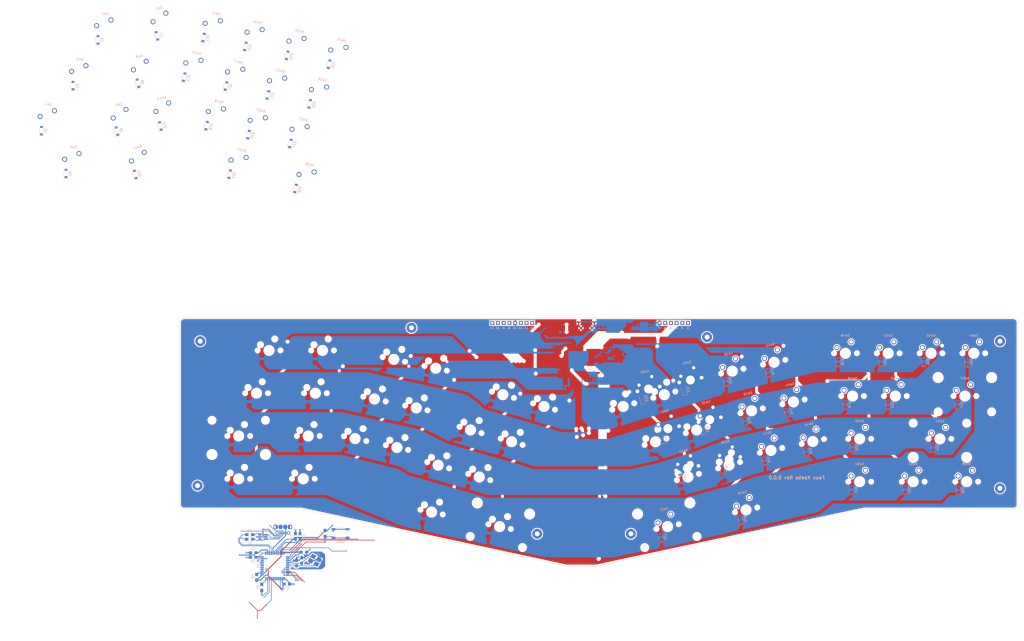
<source format=kicad_pcb>
(kicad_pcb (version 20171130) (host pcbnew "(5.1.2)-1")
  (title_block (rev 1.1))
  (layers (0 F.Cu signal) (31 B.Cu signal) (34 B.Paste user) (35 F.Paste user) (36 B.SilkS user) (37 F.SilkS user) (38 B.Mask user) (39 F.Mask user) (44 Edge.Cuts user))
  (net 0 "")
  (net 1 GND)
  (net 2 VCC)
  (net 3 /row0)
  (net 4 /row1)
  (net 5 "Net-(D2-Pad2)")
  (net 6 "Net-(D3-Pad2)")
  (net 7 /row2)
  (net 8 /row3)
  (net 9 "Net-(D4-Pad2)")
  (net 10 "Net-(D5-Pad2)")
  (net 11 "Net-(D7-Pad2)")
  (net 12 "Net-(D8-Pad2)")
  (net 13 "Net-(D9-Pad2)")
  (net 14 "Net-(D11-Pad2)")
  (net 15 "Net-(D12-Pad2)")
  (net 16 "Net-(D13-Pad2)")
  (net 17 "Net-(D14-Pad2)")
  (net 18 "Net-(D16-Pad2)")
  (net 19 "Net-(D17-Pad2)")
  (net 20 "Net-(D18-Pad2)")
  (net 21 "Net-(D20-Pad2)")
  (net 22 "Net-(D21-Pad2)")
  (net 23 "Net-(D22-Pad2)")
  (net 24 "Net-(D23-Pad2)")
  (net 25 "Net-(D25-Pad2)")
  (net 26 "Net-(D26-Pad2)")
  (net 27 "Net-(D27-Pad2)")
  (net 28 "Net-(D28-Pad2)")
  (net 29 "Net-(D30-Pad2)")
  (net 30 "Net-(D31-Pad2)")
  (net 31 "Net-(D32-Pad2)")
  (net 32 "Net-(D34-Pad2)")
  (net 33 "Net-(D35-Pad2)")
  (net 34 "Net-(D36-Pad2)")
  (net 35 "Net-(D37-Pad2)")
  (net 36 "Net-(D39-Pad2)")
  (net 37 "Net-(D40-Pad2)")
  (net 38 "Net-(D41-Pad2)")
  (net 39 "Net-(D43-Pad2)")
  (net 40 "Net-(D44-Pad2)")
  (net 41 "Net-(D45-Pad2)")
  (net 42 "Net-(D46-Pad2)")
  (net 43 "Net-(D48-Pad2)")
  (net 44 "Net-(D49-Pad2)")
  (net 45 "Net-(D50-Pad2)")
  (net 46 "Net-(D52-Pad2)")
  (net 47 "Net-(D53-Pad2)")
  (net 48 "Net-(D54-Pad2)")
  (net 49 "Net-(D56-Pad2)")
  (net 50 "Net-(D57-Pad2)")
  (net 51 "Net-(D58-Pad2)")
  (net 52 "Net-(D62-Pad2)")
  (net 53 "Net-(J1-Pad3)")
  (net 54 "Net-(J1-Pad2)")
  (net 55 /MISO)
  (net 56 /SCK)
  (net 57 /MOSI)
  (net 58 /~RES~)
  (net 59 /PF4)
  (net 60 /PF5)
  (net 61 /PF6)
  (net 62 /PF7)
  (net 63 /col0)
  (net 64 /col1)
  (net 65 /col2)
  (net 66 /col3)
  (net 67 /col4)
  (net 68 /col5)
  (net 69 /col6)
  (net 70 /col8)
  (net 71 /col9)
  (net 72 /col10)
  (net 73 /col11)
  (net 74 /col12)
  (net 75 "Net-(D63-Pad2)")
  (net 76 "Net-(D64-Pad2)")
  (module Resistors_SMD:R_0805_HandSoldering (layer B.Cu) (at 56.61038 133.39767)
    (fp_text reference R1 (at 0 1.75) (layer B.SilkS) (effects (justify mirror)))
    (fp_text value 22)
    (pad 2 smd rect (at 1.35 0) (size 1.5 1.3) (layers B.Cu B.Paste B.Mask))
    (pad 1 smd rect (at -1.35 0) (size 1.5 1.3) (layers B.Cu B.Paste B.Mask))
  )
  (module Housings_QFP:TQFP-44_10x10mm_Pitch0.8mm (layer B.Cu) (at 67.77049 145.2563 270)
    (fp_text reference U2 (at 0 7.45 270) (layer B.SilkS) (effects (justify mirror)))
    (fp_text value ATmega32U4-AU)
    (pad 1 smd rect (at -5.7 4 270) (size 1.5 0.55) (layers B.Cu B.Paste B.Mask))
    (pad 2 smd rect (at -5.7 3.2 270) (size 1.5 0.55) (layers B.Cu B.Paste B.Mask))
    (pad 3 smd rect (at -5.7 2.4 270) (size 1.5 0.55) (layers B.Cu B.Paste B.Mask))
    (pad 4 smd rect (at -5.7 1.6 270) (size 1.5 0.55) (layers B.Cu B.Paste B.Mask))
    (pad 5 smd rect (at -5.7 0.8 270) (size 1.5 0.55) (layers B.Cu B.Paste B.Mask))
    (pad 6 smd rect (at -5.7 0 270) (size 1.5 0.55) (layers B.Cu B.Paste B.Mask))
    (pad 7 smd rect (at -5.7 -0.8 270) (size 1.5 0.55) (layers B.Cu B.Paste B.Mask))
    (pad 8 smd rect (at -5.7 -1.6 270) (size 1.5 0.55) (layers B.Cu B.Paste B.Mask))
    (pad 9 smd rect (at -5.7 -2.4 270) (size 1.5 0.55) (layers B.Cu B.Paste B.Mask))
    (pad 10 smd rect (at -5.7 -3.2 270) (size 1.5 0.55) (layers B.Cu B.Paste B.Mask))
    (pad 11 smd rect (at -5.7 -4 270) (size 1.5 0.55) (layers B.Cu B.Paste B.Mask))
    (pad 12 smd rect (at -4 -5.7 180) (size 1.5 0.55) (layers B.Cu B.Paste B.Mask))
    (pad 13 smd rect (at -3.2 -5.7 180) (size 1.5 0.55) (layers B.Cu B.Paste B.Mask))
    (pad 14 smd rect (at -2.4 -5.7 180) (size 1.5 0.55) (layers B.Cu B.Paste B.Mask))
    (pad 15 smd rect (at -1.6 -5.7 180) (size 1.5 0.55) (layers B.Cu B.Paste B.Mask))
    (pad 16 smd rect (at -0.8 -5.7 180) (size 1.5 0.55) (layers B.Cu B.Paste B.Mask))
    (pad 17 smd rect (at 0 -5.7 180) (size 1.5 0.55) (layers B.Cu B.Paste B.Mask))
    (pad 18 smd rect (at 0.8 -5.7 180) (size 1.5 0.55) (layers B.Cu B.Paste B.Mask))
    (pad 19 smd rect (at 1.6 -5.7 180) (size 1.5 0.55) (layers B.Cu B.Paste B.Mask))
    (pad 20 smd rect (at 2.4 -5.7 180) (size 1.5 0.55) (layers B.Cu B.Paste B.Mask))
    (pad 21 smd rect (at 3.2 -5.7 180) (size 1.5 0.55) (layers B.Cu B.Paste B.Mask))
    (pad 22 smd rect (at 4 -5.7 180) (size 1.5 0.55) (layers B.Cu B.Paste B.Mask))
    (pad 23 smd rect (at 5.7 -4 270) (size 1.5 0.55) (layers B.Cu B.Paste B.Mask))
    (pad 24 smd rect (at 5.7 -3.2 270) (size 1.5 0.55) (layers B.Cu B.Paste B.Mask))
    (pad 25 smd rect (at 5.7 -2.4 270) (size 1.5 0.55) (layers B.Cu B.Paste B.Mask))
    (pad 26 smd rect (at 5.7 -1.6 270) (size 1.5 0.55) (layers B.Cu B.Paste B.Mask))
    (pad 27 smd rect (at 5.7 -0.8 270) (size 1.5 0.55) (layers B.Cu B.Paste B.Mask))
    (pad 28 smd rect (at 5.7 0 270) (size 1.5 0.55) (layers B.Cu B.Paste B.Mask))
    (pad 29 smd rect (at 5.7 0.8 270) (size 1.5 0.55) (layers B.Cu B.Paste B.Mask))
    (pad 30 smd rect (at 5.7 1.6 270) (size 1.5 0.55) (layers B.Cu B.Paste B.Mask))
    (pad 31 smd rect (at 5.7 2.4 270) (size 1.5 0.55) (layers B.Cu B.Paste B.Mask))
    (pad 32 smd rect (at 5.7 3.2 270) (size 1.5 0.55) (layers B.Cu B.Paste B.Mask))
    (pad 33 smd rect (at 5.7 4 270) (size 1.5 0.55) (layers B.Cu B.Paste B.Mask))
    (pad 34 smd rect (at 4 5.7 180) (size 1.5 0.55) (layers B.Cu B.Paste B.Mask))
    (pad 35 smd rect (at 3.2 5.7 180) (size 1.5 0.55) (layers B.Cu B.Paste B.Mask))
    (pad 36 smd rect (at 2.4 5.7 180) (size 1.5 0.55) (layers B.Cu B.Paste B.Mask))
    (pad 37 smd rect (at 1.6 5.7 180) (size 1.5 0.55) (layers B.Cu B.Paste B.Mask))
    (pad 38 smd rect (at 0.8 5.7 180) (size 1.5 0.55) (layers B.Cu B.Paste B.Mask))
    (pad 39 smd rect (at 0 5.7 180) (size 1.5 0.55) (layers B.Cu B.Paste B.Mask))
    (pad 40 smd rect (at -0.8 5.7 180) (size 1.5 0.55) (layers B.Cu B.Paste B.Mask))
    (pad 41 smd rect (at -1.6 5.7 180) (size 1.5 0.55) (layers B.Cu B.Paste B.Mask))
    (pad 42 smd rect (at -2.4 5.7 180) (size 1.5 0.55) (layers B.Cu B.Paste B.Mask))
    (pad 43 smd rect (at -3.2 5.7 180) (size 1.5 0.55) (layers B.Cu B.Paste B.Mask))
    (pad 44 smd rect (at -4 5.7 180) (size 1.5 0.55) (layers B.Cu B.Paste B.Mask))
  )
  (module Capacitors_SMD:C_0805_HandSoldering (layer B.Cu) (at 77.42249 143.9863 270)
    (fp_text reference C1 (at 0 1.75 270) (layer B.SilkS) (effects (justify mirror)))
    (fp_text value 22pF)
    (pad 1 smd rect (at -1.25 0 270) (size 1.5 1.25) (layers B.Cu B.Paste B.Mask))
    (pad 2 smd rect (at 1.25 0 270) (size 1.5 1.25) (layers B.Cu B.Paste B.Mask))
  )
  (module Resistors_SMD:R_0805_HandSoldering (layer B.Cu) (at 61.92849 154.8283 270)
    (fp_text reference R4 (at 0 1.7 270) (layer B.SilkS) (effects (justify mirror)))
    (fp_text value 10K)
    (pad 1 smd rect (at -1.35 0 270) (size 1.5 1.3) (layers B.Cu B.Paste B.Mask))
    (pad 2 smd rect (at 1.35 0 270) (size 1.5 1.3) (layers B.Cu B.Paste B.Mask))
  )
  (module Resistors_SMD:R_0805_HandSoldering (layer B.Cu) (at 90.13838 130.85767 270)
    (fp_text reference R3 (at 0 1.7 270) (layer B.SilkS) (effects (justify mirror)))
    (fp_text value 10K)
    (pad 1 smd rect (at -1.35 0 270) (size 1.5 1.3) (layers B.Cu B.Paste B.Mask))
    (pad 2 smd rect (at 1.35 0 270) (size 1.5 1.3) (layers B.Cu B.Paste B.Mask))
  )
  (module Capacitors_SMD:C_0805_HandSoldering (layer B.Cu) (at 79.70849 142.8433 90)
    (fp_text reference C2 (at 0 1.75 90) (layer B.SilkS) (effects (justify mirror)))
    (fp_text value 22pF)
    (pad 1 smd rect (at -1.25 0 90) (size 1.5 1.25) (layers B.Cu B.Paste B.Mask))
    (pad 2 smd rect (at 1.25 0 90) (size 1.5 1.25) (layers B.Cu B.Paste B.Mask))
  )
  (module Capacitors_SMD:C_0805_HandSoldering (layer B.Cu) (at 58.13849 141.4463 180)
    (fp_text reference C6 (at 0 -1.75 180) (layer B.SilkS) (effects (justify mirror)))
    (fp_text value 0.1uF)
    (pad 1 smd rect (at -1.25 0 180) (size 1.5 1.25) (layers B.Cu B.Paste B.Mask))
    (pad 2 smd rect (at 1.25 0 180) (size 1.5 1.25) (layers B.Cu B.Paste B.Mask))
  )
  (module TO_SOT_Packages_SMD:SOT-23-6_Handsoldering (layer B.Cu) (at 62.45238 132.38167)
    (fp_text reference U1 (at 0 -2.9) (layer B.SilkS) (effects (justify mirror)))
    (fp_text value USBLC6-2SC6)
    (pad 5 smd rect (at 1.35 0) (size 1.56 0.65) (layers B.Cu B.Paste B.Mask))
    (pad 6 smd rect (at 1.35 0.95) (size 1.56 0.65) (layers B.Cu B.Paste B.Mask))
    (pad 4 smd rect (at 1.35 -0.95) (size 1.56 0.65) (layers B.Cu B.Paste B.Mask))
    (pad 3 smd rect (at -1.35 -0.95) (size 1.56 0.65) (layers B.Cu B.Paste B.Mask))
    (pad 2 smd rect (at -1.35 0) (size 1.56 0.65) (layers B.Cu B.Paste B.Mask))
    (pad 1 smd rect (at -1.35 0.95) (size 1.56 0.65) (layers B.Cu B.Paste B.Mask))
  )
  (module Capacitors_SMD:C_0805_HandSoldering (layer B.Cu) (at 59.64249 150.3363 90)
    (fp_text reference C8 (at 0.5 -1.75 90) (layer B.SilkS) (effects (justify mirror)))
    (fp_text value 0.1uF)
    (pad 1 smd rect (at -1.25 0 90) (size 1.5 1.25) (layers B.Cu B.Paste B.Mask))
    (pad 2 smd rect (at 1.25 0 90) (size 1.5 1.25) (layers B.Cu B.Paste B.Mask))
  )
  (module Buttons_Switches_SMD:SW_SPST_TL3342 (layer B.Cu) (at 96.99638 130.85767 180)
    (fp_text reference SWR1 (at 0 -3.75 180) (layer B.SilkS) (effects (justify mirror)))
    (fp_text value SW_Push)
    (pad 1 smd rect (at -3.15 1.9 180) (size 1.7 1) (layers B.Cu B.Paste B.Mask))
    (pad 1 smd rect (at 3.15 1.9 180) (size 1.7 1) (layers B.Cu B.Paste B.Mask))
    (pad 2 smd rect (at -3.15 -1.9 180) (size 1.7 1) (layers B.Cu B.Paste B.Mask))
    (pad 2 smd rect (at 3.15 -1.9 180) (size 1.7 1) (layers B.Cu B.Paste B.Mask))
  )
  (module Capacitors_SMD:C_0805_HandSoldering (layer B.Cu) (at 78.96238 132.12767 90)
    (fp_text reference C3 (at 0 1.75 90) (layer B.SilkS) (effects (justify mirror)))
    (fp_text value 10uF)
    (pad 1 smd rect (at -1.25 0 90) (size 1.5 1.25) (layers B.Cu B.Paste B.Mask))
    (pad 2 smd rect (at 1.25 0 90) (size 1.5 1.25) (layers B.Cu B.Paste B.Mask))
  )
  (module Capacitors_SMD:C_0805_HandSoldering (layer B.Cu) (at 80.70449 139.1603)
    (fp_text reference C9 (at 0 -1.75) (layer B.SilkS) (effects (justify mirror)))
    (fp_text value 0.1uF)
    (pad 1 smd rect (at -1.25 0) (size 1.5 1.25) (layers B.Cu B.Paste B.Mask))
    (pad 2 smd rect (at 1.25 0) (size 1.5 1.25) (layers B.Cu B.Paste B.Mask))
  )
  (module Capacitors_SMD:C_0805_HandSoldering (layer B.Cu) (at 58.13849 139.4143 180)
    (fp_text reference C5 (at 0 1.75 180) (layer B.SilkS) (effects (justify mirror)))
    (fp_text value 1uF)
    (pad 1 smd rect (at -1.25 0 180) (size 1.5 1.25) (layers B.Cu B.Paste B.Mask))
    (pad 2 smd rect (at 1.25 0 180) (size 1.5 1.25) (layers B.Cu B.Paste B.Mask))
  )
  (module Crystals:Crystal_SMD_SeikoEpson_FA238-4pin_3.2x2.5mm_HandSoldering (layer B.Cu) (at 85.55049 142.7163 150)
    (fp_text reference Y1 (at 0 3 150) (layer B.SilkS) (effects (justify mirror)))
    (fp_text value Crystal_GND24)
    (pad 1 smd rect (at -1.45 -1.1 150) (size 2.1 1.8) (layers B.Cu B.Paste B.Mask))
    (pad 2 smd rect (at 1.45 -1.1 150) (size 2.1 1.8) (layers B.Cu B.Paste B.Mask))
    (pad 3 smd rect (at 1.45 1.1 150) (size 2.1 1.8) (layers B.Cu B.Paste B.Mask))
    (pad 4 smd rect (at -1.45 1.1 150) (size 2.1 1.8) (layers B.Cu B.Paste B.Mask))
  )
  (module Capacitors_SMD:C_0805_HandSoldering (layer B.Cu) (at 76.93038 132.12767 90)
    (fp_text reference C4 (at 0 -1.75 90) (layer B.SilkS) (effects (justify mirror)))
    (fp_text value "1uF (±10%)")
    (pad 1 smd rect (at -1.25 0 90) (size 1.5 1.25) (layers B.Cu B.Paste B.Mask))
    (pad 2 smd rect (at 1.25 0 90) (size 1.5 1.25) (layers B.Cu B.Paste B.Mask))
  )
  (module Connectors_USB:USB_Micro-B_Molex-105017-0001 (layer B.Cu) (at 71.338235 128.25967)
    (fp_text reference J1 (at 0 4) (layer B.SilkS) (effects (justify mirror)))
    (fp_text value USB_B_Micro)
    (pad 6 smd rect (at 1 -0.35) (size 1.5 1.9) (layers B.Cu B.Paste B.Mask))
    (pad 6 thru_hole circle (at -2.5 2.35) (size 1.45 1.45) (drill 0.85) (layers *.Cu *.Mask))
    (pad 2 smd rect (at -0.65 2.35) (size 0.4 1.35) (layers B.Cu B.Paste B.Mask))
    (pad 1 smd rect (at -1.3 2.35) (size 0.4 1.35) (layers B.Cu B.Paste B.Mask))
    (pad 5 smd rect (at 1.3 2.35) (size 0.4 1.35) (layers B.Cu B.Paste B.Mask))
    (pad 4 smd rect (at 0.65 2.35) (size 0.4 1.35) (layers B.Cu B.Paste B.Mask))
    (pad 3 smd rect (at 0 2.35) (size 0.4 1.35) (layers B.Cu B.Paste B.Mask))
    (pad 6 thru_hole circle (at 2.5 2.35) (size 1.45 1.45) (drill 0.85) (layers *.Cu *.Mask))
    (pad 6 smd rect (at -1 -0.35) (size 1.5 1.9) (layers B.Cu B.Paste B.Mask))
    (pad 6 thru_hole oval (at -3.5 -0.35 180) (size 1.2 1.9) (drill oval 0.6 1.3) (layers *.Cu *.Mask))
    (pad 6 thru_hole oval (at 3.5 -0.35) (size 1.2 1.9) (drill oval 0.6 1.3) (layers *.Cu *.Mask))
    (pad 6 smd rect (at 2.9 -0.35) (size 1.2 1.9) (layers B.Cu B.Mask))
    (pad 6 smd rect (at -2.9 -0.35) (size 1.2 1.9) (layers B.Cu B.Mask))
  )
  (module Resistors_SMD:R_0805_HandSoldering (layer B.Cu) (at 56.61038 131.36567)
    (fp_text reference R2 (at 0 -1.75) (layer B.SilkS) (effects (justify mirror)))
    (fp_text value 22)
    (pad 1 smd rect (at -1.35 0) (size 1.5 1.3) (layers B.Cu B.Paste B.Mask))
    (pad 2 smd rect (at 1.35 0) (size 1.5 1.3) (layers B.Cu B.Paste B.Mask))
  )
  (module Capacitors_SMD:C_0805_HandSoldering (layer B.Cu) (at 73.10449 153.3843)
    (fp_text reference C7 (at 0 1.75) (layer B.SilkS) (effects (justify mirror)))
    (fp_text value 0.1uF)
    (pad 1 smd rect (at -1.25 0) (size 1.5 1.25) (layers B.Cu B.Paste B.Mask))
    (pad 2 smd rect (at 1.25 0) (size 1.5 1.25) (layers B.Cu B.Paste B.Mask))
  )
  (module Diode_SMD:D_SOD-123 (layer B.Cu) (at 348.32404 111.348133 90)
    (fp_text reference D63 (at 0 2 270) (layer B.SilkS) (effects (justify mirror)))
    (fp_text value D)
    (pad 2 smd rect (at 1.65 0 90) (size 0.9 1.2) (layers B.Cu B.Paste B.Mask) (net 75 "Net-(D63-Pad2)"))
    (pad 1 smd rect (at -1.65 0 90) (size 0.9 1.2) (layers B.Cu B.Paste B.Mask) (net 8 /row3))
  )
  (module Diode_SMD:D_SOD-123 (layer F.Cu) (at 375.92 54.61 90)
    (fp_text reference D64 (at 0 2 90) (layer B.SilkS) (effects (justify mirror)))
    (fp_text value D)
    (pad 2 smd rect (at 1.65 0 90) (size 0.9 1.2) (layers B.Cu B.Paste B.Mask) (net 76 "Net-(D64-Pad2)"))
    (pad 1 smd rect (at -1.65 0 90) (size 0.9 1.2) (layers B.Cu B.Paste B.Mask) (net 7 /row2))
  )
  (module MX_Switch:SW_Cherry_MX_1.00u_PCB (layer F.Cu) (at 369.356479 41.101218)
    (fp_text reference SW64 (at 9.525 1.651) (layer B.SilkS) (effects (justify mirror)))
    (fp_text value SW_Push)
    (pad 1 thru_hole circle (at 12.065 4.445) (size 2.2 2.2) (drill 1.5) (layers *.Cu *.Mask) (net 74 /col12))
    (pad 2 thru_hole circle (at 5.715 6.985) (size 2.2 2.2) (drill 1.5) (layers *.Cu *.Mask) (net 76 "Net-(D64-Pad2)"))
    (pad "" np_thru_hole circle (at 9.525 9.525) (size 4 4) (drill 4) (layers *.Cu *.Mask))
    (pad "" np_thru_hole circle (at 4.445 9.525) (size 1.7 1.7) (drill 1.7) (layers *.Cu *.Mask))
    (pad "" np_thru_hole circle (at 14.605 9.525) (size 1.7 1.7) (drill 1.7) (layers *.Cu *.Mask))
  )
  (module MX_Switch:SW_Cherry_MX_1.00u_PCB (layer F.Cu) (at 342.37089 98.251203)
    (fp_text reference SW63 (at 9.525 1.651) (layer B.SilkS) (effects (justify mirror)))
    (fp_text value SW_Push)
    (pad 1 thru_hole circle (at 12.065 4.445) (size 2.2 2.2) (drill 1.5) (layers *.Cu *.Mask) (net 72 /col10))
    (pad 2 thru_hole circle (at 5.715 6.985) (size 2.2 2.2) (drill 1.5) (layers *.Cu *.Mask) (net 75 "Net-(D63-Pad2)"))
    (pad "" np_thru_hole circle (at 9.525 9.525) (size 4 4) (drill 4) (layers *.Cu *.Mask))
    (pad "" np_thru_hole circle (at 4.445 9.525) (size 1.7 1.7) (drill 1.7) (layers *.Cu *.Mask))
    (pad "" np_thru_hole circle (at 14.605 9.525) (size 1.7 1.7) (drill 1.7) (layers *.Cu *.Mask))
  )
  (module MX_Switch:SW_Cherry_MX_1.50u_PCB (layer F.Cu) (at 313.80089 98.251203)
    (fp_text reference SW62 (at 14.2875 1.651) (layer B.SilkS) (effects (justify mirror)))
    (fp_text value SW_Push)
    (pad "" np_thru_hole circle (at 19.3675 9.525) (size 1.7 1.7) (drill 1.7) (layers *.Cu *.Mask))
    (pad "" np_thru_hole circle (at 9.2075 9.525) (size 1.7 1.7) (drill 1.7) (layers *.Cu *.Mask))
    (pad "" np_thru_hole circle (at 14.2875 9.525) (size 4 4) (drill 4) (layers *.Cu *.Mask))
    (pad 2 thru_hole circle (at 10.4775 6.985) (size 2.2 2.2) (drill 1.5) (layers *.Cu *.Mask) (net 52 "Net-(D62-Pad2)"))
    (pad 1 thru_hole circle (at 16.8275 4.445) (size 2.2 2.2) (drill 1.5) (layers *.Cu *.Mask) (net 71 /col9))
  )
  (module MX_Switch:SW_Cherry_MX_1.50u_PCB (layer F.Cu) (at 361.42089 98.251203)
    (fp_text reference SW58 (at 14.2875 1.651) (layer B.SilkS) (effects (justify mirror)))
    (fp_text value SW_Push)
    (pad "" np_thru_hole circle (at 19.3675 9.525) (size 1.7 1.7) (drill 1.7) (layers *.Cu *.Mask))
    (pad "" np_thru_hole circle (at 9.2075 9.525) (size 1.7 1.7) (drill 1.7) (layers *.Cu *.Mask))
    (pad "" np_thru_hole circle (at 14.2875 9.525) (size 4 4) (drill 4) (layers *.Cu *.Mask))
    (pad 2 thru_hole circle (at 10.4775 6.985) (size 2.2 2.2) (drill 1.5) (layers *.Cu *.Mask) (net 51 "Net-(D58-Pad2)"))
    (pad 1 thru_hole circle (at 16.8275 4.445) (size 2.2 2.2) (drill 1.5) (layers *.Cu *.Mask) (net 74 /col12))
  )
  (module MX_Switch:SW_Cherry_MX_2.25u_PCB_ReversedStabilizers (layer F.Cu) (at 219.625583 122.910157 12)
    (fp_text reference SW37 (at 21.43125 1.651 12) (layer B.SilkS) (effects (justify mirror)))
    (fp_text value SW_Push)
    (pad "" np_thru_hole circle (at 33.33125 16.525 12) (size 3.05 3.05) (drill 3.05) (layers *.Cu *.Mask))
    (pad "" np_thru_hole circle (at 9.53125 16.525 12) (size 3.05 3.05) (drill 3.05) (layers *.Cu *.Mask))
    (pad "" np_thru_hole circle (at 9.53125 1.285 12) (size 4 4) (drill 4) (layers *.Cu *.Mask))
    (pad "" np_thru_hole circle (at 33.33125 1.285 12) (size 4 4) (drill 4) (layers *.Cu *.Mask))
    (pad "" np_thru_hole circle (at 26.51125 9.525 12) (size 1.7 1.7) (drill 1.7) (layers *.Cu *.Mask))
    (pad "" np_thru_hole circle (at 16.35125 9.525 12) (size 1.7 1.7) (drill 1.7) (layers *.Cu *.Mask))
    (pad "" np_thru_hole circle (at 21.43125 9.525 12) (size 4 4) (drill 4) (layers *.Cu *.Mask))
    (pad 2 thru_hole circle (at 17.62125 6.985 12) (size 2.2 2.2) (drill 1.5) (layers *.Cu *.Mask) (net 35 "Net-(D37-Pad2)"))
    (pad 1 thru_hole circle (at 23.97125 4.445 12) (size 2.2 2.2) (drill 1.5) (layers *.Cu *.Mask) (net 56 /SCK))
  )
  (module MX_Switch:SW_Cherry_MX_2.75u_PCB (layer F.Cu) (at 337.606479 79.201218)
    (fp_text reference SW54 (at 26.19375 1.651) (layer B.SilkS) (effects (justify mirror)))
    (fp_text value SW_Push)
    (pad "" np_thru_hole circle (at 38.09375 2.525) (size 3.05 3.05) (drill 3.05) (layers *.Cu *.Mask))
    (pad "" np_thru_hole circle (at 14.29375 2.525) (size 3.05 3.05) (drill 3.05) (layers *.Cu *.Mask))
    (pad "" np_thru_hole circle (at 14.29375 17.765) (size 4 4) (drill 4) (layers *.Cu *.Mask))
    (pad "" np_thru_hole circle (at 38.09375 17.765) (size 4 4) (drill 4) (layers *.Cu *.Mask))
    (pad "" np_thru_hole circle (at 31.27375 9.525) (size 1.7 1.7) (drill 1.7) (layers *.Cu *.Mask))
    (pad "" np_thru_hole circle (at 21.11375 9.525) (size 1.7 1.7) (drill 1.7) (layers *.Cu *.Mask))
    (pad "" np_thru_hole circle (at 26.19375 9.525) (size 4 4) (drill 4) (layers *.Cu *.Mask))
    (pad 2 thru_hole circle (at 22.38375 6.985) (size 2.2 2.2) (drill 1.5) (layers *.Cu *.Mask) (net 48 "Net-(D54-Pad2)"))
    (pad 1 thru_hole circle (at 28.73375 4.445) (size 2.2 2.2) (drill 1.5) (layers *.Cu *.Mask) (net 73 /col11))
  )
  (module MX_Switch:SW_Cherry_MX_2.25u_PCB_ReversedStabilizers (layer F.Cu) (at 353.481479 60.151218)
    (fp_text reference SW57 (at 21.43125 1.651) (layer B.SilkS) (effects (justify mirror)))
    (fp_text value SW_Push)
    (pad "" np_thru_hole circle (at 33.33125 16.525) (size 3.05 3.05) (drill 3.05) (layers *.Cu *.Mask))
    (pad "" np_thru_hole circle (at 9.53125 16.525) (size 3.05 3.05) (drill 3.05) (layers *.Cu *.Mask))
    (pad "" np_thru_hole circle (at 9.53125 1.285) (size 4 4) (drill 4) (layers *.Cu *.Mask))
    (pad "" np_thru_hole circle (at 33.33125 1.285) (size 4 4) (drill 4) (layers *.Cu *.Mask))
    (pad "" np_thru_hole circle (at 26.51125 9.525) (size 1.7 1.7) (drill 1.7) (layers *.Cu *.Mask))
    (pad "" np_thru_hole circle (at 16.35125 9.525) (size 1.7 1.7) (drill 1.7) (layers *.Cu *.Mask))
    (pad "" np_thru_hole circle (at 21.43125 9.525) (size 4 4) (drill 4) (layers *.Cu *.Mask))
    (pad 2 thru_hole circle (at 17.62125 6.985) (size 2.2 2.2) (drill 1.5) (layers *.Cu *.Mask) (net 50 "Net-(D57-Pad2)"))
    (pad 1 thru_hole circle (at 23.97125 4.445) (size 2.2 2.2) (drill 1.5) (layers *.Cu *.Mask) (net 74 /col12))
  )
  (module MX_Switch:SW_Cherry_MX_1.00u_PCB (layer F.Cu) (at 350.306479 41.101218)
    (fp_text reference SW56 (at 9.525 1.651) (layer B.SilkS) (effects (justify mirror)))
    (fp_text value SW_Push)
    (pad 1 thru_hole circle (at 12.065 4.445) (size 2.2 2.2) (drill 1.5) (layers *.Cu *.Mask) (net 74 /col12))
    (pad 2 thru_hole circle (at 5.715 6.985) (size 2.2 2.2) (drill 1.5) (layers *.Cu *.Mask) (net 49 "Net-(D56-Pad2)"))
    (pad "" np_thru_hole circle (at 9.525 9.525) (size 4 4) (drill 4) (layers *.Cu *.Mask))
    (pad "" np_thru_hole circle (at 4.445 9.525) (size 1.7 1.7) (drill 1.7) (layers *.Cu *.Mask))
    (pad "" np_thru_hole circle (at 14.605 9.525) (size 1.7 1.7) (drill 1.7) (layers *.Cu *.Mask))
  )
  (module MX_Switch:SW_Cherry_MX_1.00u_PCB (layer F.Cu) (at 334.431479 60.151218)
    (fp_text reference SW53 (at 9.525 1.651) (layer B.SilkS) (effects (justify mirror)))
    (fp_text value SW_Push)
    (pad 1 thru_hole circle (at 12.065 4.445) (size 2.2 2.2) (drill 1.5) (layers *.Cu *.Mask) (net 73 /col11))
    (pad 2 thru_hole circle (at 5.715 6.985) (size 2.2 2.2) (drill 1.5) (layers *.Cu *.Mask) (net 47 "Net-(D53-Pad2)"))
    (pad "" np_thru_hole circle (at 9.525 9.525) (size 4 4) (drill 4) (layers *.Cu *.Mask))
    (pad "" np_thru_hole circle (at 4.445 9.525) (size 1.7 1.7) (drill 1.7) (layers *.Cu *.Mask))
    (pad "" np_thru_hole circle (at 14.605 9.525) (size 1.7 1.7) (drill 1.7) (layers *.Cu *.Mask))
  )
  (module MX_Switch:SW_Cherry_MX_1.00u_PCB (layer F.Cu) (at 331.256479 41.101218)
    (fp_text reference SW52 (at 9.525 1.651) (layer B.SilkS) (effects (justify mirror)))
    (fp_text value SW_Push)
    (pad 1 thru_hole circle (at 12.065 4.445) (size 2.2 2.2) (drill 1.5) (layers *.Cu *.Mask) (net 73 /col11))
    (pad 2 thru_hole circle (at 5.715 6.985) (size 2.2 2.2) (drill 1.5) (layers *.Cu *.Mask) (net 46 "Net-(D52-Pad2)"))
    (pad "" np_thru_hole circle (at 9.525 9.525) (size 4 4) (drill 4) (layers *.Cu *.Mask))
    (pad "" np_thru_hole circle (at 4.445 9.525) (size 1.7 1.7) (drill 1.7) (layers *.Cu *.Mask))
    (pad "" np_thru_hole circle (at 14.605 9.525) (size 1.7 1.7) (drill 1.7) (layers *.Cu *.Mask))
  )
  (module MX_Switch:SW_Cherry_MX_1.00u_PCB (layer F.Cu) (at 318.556479 79.201218)
    (fp_text reference SW50 (at 9.525 1.651) (layer B.SilkS) (effects (justify mirror)))
    (fp_text value SW_Push)
    (pad 1 thru_hole circle (at 12.065 4.445) (size 2.2 2.2) (drill 1.5) (layers *.Cu *.Mask) (net 72 /col10))
    (pad 2 thru_hole circle (at 5.715 6.985) (size 2.2 2.2) (drill 1.5) (layers *.Cu *.Mask) (net 45 "Net-(D50-Pad2)"))
    (pad "" np_thru_hole circle (at 9.525 9.525) (size 4 4) (drill 4) (layers *.Cu *.Mask))
    (pad "" np_thru_hole circle (at 4.445 9.525) (size 1.7 1.7) (drill 1.7) (layers *.Cu *.Mask))
    (pad "" np_thru_hole circle (at 14.605 9.525) (size 1.7 1.7) (drill 1.7) (layers *.Cu *.Mask))
  )
  (module MX_Switch:SW_Cherry_MX_1.00u_PCB (layer F.Cu) (at 315.381479 60.151218)
    (fp_text reference SW49 (at 9.525 1.651) (layer B.SilkS) (effects (justify mirror)))
    (fp_text value SW_Push)
    (pad 1 thru_hole circle (at 12.065 4.445) (size 2.2 2.2) (drill 1.5) (layers *.Cu *.Mask) (net 72 /col10))
    (pad 2 thru_hole circle (at 5.715 6.985) (size 2.2 2.2) (drill 1.5) (layers *.Cu *.Mask) (net 44 "Net-(D49-Pad2)"))
    (pad "" np_thru_hole circle (at 9.525 9.525) (size 4 4) (drill 4) (layers *.Cu *.Mask))
    (pad "" np_thru_hole circle (at 4.445 9.525) (size 1.7 1.7) (drill 1.7) (layers *.Cu *.Mask))
    (pad "" np_thru_hole circle (at 14.605 9.525) (size 1.7 1.7) (drill 1.7) (layers *.Cu *.Mask))
  )
  (module MX_Switch:SW_Cherry_MX_1.00u_PCB (layer F.Cu) (at 312.206479 41.101218)
    (fp_text reference SW48 (at 9.525 1.651) (layer B.SilkS) (effects (justify mirror)))
    (fp_text value SW_Push)
    (pad 1 thru_hole circle (at 12.065 4.445) (size 2.2 2.2) (drill 1.5) (layers *.Cu *.Mask) (net 72 /col10))
    (pad 2 thru_hole circle (at 5.715 6.985) (size 2.2 2.2) (drill 1.5) (layers *.Cu *.Mask) (net 43 "Net-(D48-Pad2)"))
    (pad "" np_thru_hole circle (at 9.525 9.525) (size 4 4) (drill 4) (layers *.Cu *.Mask))
    (pad "" np_thru_hole circle (at 4.445 9.525) (size 1.7 1.7) (drill 1.7) (layers *.Cu *.Mask))
    (pad "" np_thru_hole circle (at 14.605 9.525) (size 1.7 1.7) (drill 1.7) (layers *.Cu *.Mask))
  )
  (module MX_Switch:SW_Cherry_MX_1.50u_PCB (layer F.Cu) (at 261.555583 114.000157 12)
    (fp_text reference SW46 (at 14.2875 1.651 12) (layer B.SilkS) (effects (justify mirror)))
    (fp_text value SW_Push)
    (pad "" np_thru_hole circle (at 19.3675 9.525 12) (size 1.7 1.7) (drill 1.7) (layers *.Cu *.Mask))
    (pad "" np_thru_hole circle (at 9.2075 9.525 12) (size 1.7 1.7) (drill 1.7) (layers *.Cu *.Mask))
    (pad "" np_thru_hole circle (at 14.2875 9.525 12) (size 4 4) (drill 4) (layers *.Cu *.Mask))
    (pad 2 thru_hole circle (at 10.4775 6.985 12) (size 2.2 2.2) (drill 1.5) (layers *.Cu *.Mask) (net 42 "Net-(D46-Pad2)"))
    (pad 1 thru_hole circle (at 16.8275 4.445 12) (size 2.2 2.2) (drill 1.5) (layers *.Cu *.Mask) (net 70 /col8))
  )
  (module MX_Switch:SW_Cherry_MX_1.00u_PCB (layer F.Cu) (at 295.934131 82.566443 12)
    (fp_text reference SW45 (at 9.525 1.651 12) (layer B.SilkS) (effects (justify mirror)))
    (fp_text value SW_Push)
    (pad 1 thru_hole circle (at 12.065 4.445 12) (size 2.2 2.2) (drill 1.5) (layers *.Cu *.Mask) (net 71 /col9))
    (pad 2 thru_hole circle (at 5.715 6.985 12) (size 2.2 2.2) (drill 1.5) (layers *.Cu *.Mask) (net 41 "Net-(D45-Pad2)"))
    (pad "" np_thru_hole circle (at 9.525 9.525 12) (size 4 4) (drill 4) (layers *.Cu *.Mask))
    (pad "" np_thru_hole circle (at 4.445 9.525 12) (size 1.7 1.7) (drill 1.7) (layers *.Cu *.Mask))
    (pad "" np_thru_hole circle (at 14.605 9.525 12) (size 1.7 1.7) (drill 1.7) (layers *.Cu *.Mask))
  )
  (module MX_Switch:SW_Cherry_MX_1.00u_PCB (layer F.Cu) (at 287.316631 64.926443 12)
    (fp_text reference SW44 (at 9.525 1.651 12) (layer B.SilkS) (effects (justify mirror)))
    (fp_text value SW_Push)
    (pad 1 thru_hole circle (at 12.065 4.445 12) (size 2.2 2.2) (drill 1.5) (layers *.Cu *.Mask) (net 71 /col9))
    (pad 2 thru_hole circle (at 5.715 6.985 12) (size 2.2 2.2) (drill 1.5) (layers *.Cu *.Mask) (net 40 "Net-(D44-Pad2)"))
    (pad "" np_thru_hole circle (at 9.525 9.525 12) (size 4 4) (drill 4) (layers *.Cu *.Mask))
    (pad "" np_thru_hole circle (at 4.445 9.525 12) (size 1.7 1.7) (drill 1.7) (layers *.Cu *.Mask))
    (pad "" np_thru_hole circle (at 14.605 9.525 12) (size 1.7 1.7) (drill 1.7) (layers *.Cu *.Mask))
  )
  (module MX_Switch:SW_Cherry_MX_1.00u_PCB (layer F.Cu) (at 278.696631 47.286443 12)
    (fp_text reference SW43 (at 9.525 1.651 12) (layer B.SilkS) (effects (justify mirror)))
    (fp_text value SW_Push)
    (pad 1 thru_hole circle (at 12.065 4.445 12) (size 2.2 2.2) (drill 1.5) (layers *.Cu *.Mask) (net 71 /col9))
    (pad 2 thru_hole circle (at 5.715 6.985 12) (size 2.2 2.2) (drill 1.5) (layers *.Cu *.Mask) (net 39 "Net-(D43-Pad2)"))
    (pad "" np_thru_hole circle (at 9.525 9.525 12) (size 4 4) (drill 4) (layers *.Cu *.Mask))
    (pad "" np_thru_hole circle (at 4.445 9.525 12) (size 1.7 1.7) (drill 1.7) (layers *.Cu *.Mask))
    (pad "" np_thru_hole circle (at 14.605 9.525 12) (size 1.7 1.7) (drill 1.7) (layers *.Cu *.Mask))
  )
  (module MX_Switch:SW_Cherry_MX_1.00u_PCB (layer F.Cu) (at 277.300421 86.527163 12)
    (fp_text reference SW41 (at 9.525 1.651 12) (layer B.SilkS) (effects (justify mirror)))
    (fp_text value SW_Push)
    (pad 1 thru_hole circle (at 12.065 4.445 12) (size 2.2 2.2) (drill 1.5) (layers *.Cu *.Mask) (net 70 /col8))
    (pad 2 thru_hole circle (at 5.715 6.985 12) (size 2.2 2.2) (drill 1.5) (layers *.Cu *.Mask) (net 38 "Net-(D41-Pad2)"))
    (pad "" np_thru_hole circle (at 9.525 9.525 12) (size 4 4) (drill 4) (layers *.Cu *.Mask))
    (pad "" np_thru_hole circle (at 4.445 9.525 12) (size 1.7 1.7) (drill 1.7) (layers *.Cu *.Mask))
    (pad "" np_thru_hole circle (at 14.605 9.525 12) (size 1.7 1.7) (drill 1.7) (layers *.Cu *.Mask))
  )
  (module MX_Switch:SW_Cherry_MX_1.00u_PCB (layer F.Cu) (at 268.682921 68.887163 12)
    (fp_text reference SW40 (at 9.525 1.651 12) (layer B.SilkS) (effects (justify mirror)))
    (fp_text value SW_Push)
    (pad 1 thru_hole circle (at 12.065 4.445 12) (size 2.2 2.2) (drill 1.5) (layers *.Cu *.Mask) (net 70 /col8))
    (pad 2 thru_hole circle (at 5.715 6.985 12) (size 2.2 2.2) (drill 1.5) (layers *.Cu *.Mask) (net 37 "Net-(D40-Pad2)"))
    (pad "" np_thru_hole circle (at 9.525 9.525 12) (size 4 4) (drill 4) (layers *.Cu *.Mask))
    (pad "" np_thru_hole circle (at 4.445 9.525 12) (size 1.7 1.7) (drill 1.7) (layers *.Cu *.Mask))
    (pad "" np_thru_hole circle (at 14.605 9.525 12) (size 1.7 1.7) (drill 1.7) (layers *.Cu *.Mask))
  )
  (module MX_Switch:SW_Cherry_MX_1.00u_PCB (layer F.Cu) (at 260.062921 51.247163 12)
    (fp_text reference SW39 (at 9.525 1.651 12) (layer B.SilkS) (effects (justify mirror)))
    (fp_text value SW_Push)
    (pad 1 thru_hole circle (at 12.065 4.445 12) (size 2.2 2.2) (drill 1.5) (layers *.Cu *.Mask) (net 70 /col8))
    (pad 2 thru_hole circle (at 5.715 6.985 12) (size 2.2 2.2) (drill 1.5) (layers *.Cu *.Mask) (net 36 "Net-(D39-Pad2)"))
    (pad "" np_thru_hole circle (at 9.525 9.525 12) (size 4 4) (drill 4) (layers *.Cu *.Mask))
    (pad "" np_thru_hole circle (at 4.445 9.525 12) (size 1.7 1.7) (drill 1.7) (layers *.Cu *.Mask))
    (pad "" np_thru_hole circle (at 14.605 9.525 12) (size 1.7 1.7) (drill 1.7) (layers *.Cu *.Mask))
  )
  (module MX_Switch:SW_Cherry_MX_1.00u_PCB (layer F.Cu) (at 258.670421 90.487163 12)
    (fp_text reference SW36 (at 9.525 1.651 12) (layer B.SilkS) (effects (justify mirror)))
    (fp_text value SW_Push)
    (pad 1 thru_hole circle (at 12.065 4.445 12) (size 2.2 2.2) (drill 1.5) (layers *.Cu *.Mask) (net 56 /SCK))
    (pad 2 thru_hole circle (at 5.715 6.985 12) (size 2.2 2.2) (drill 1.5) (layers *.Cu *.Mask) (net 34 "Net-(D36-Pad2)"))
    (pad "" np_thru_hole circle (at 9.525 9.525 12) (size 4 4) (drill 4) (layers *.Cu *.Mask))
    (pad "" np_thru_hole circle (at 4.445 9.525 12) (size 1.7 1.7) (drill 1.7) (layers *.Cu *.Mask))
    (pad "" np_thru_hole circle (at 14.605 9.525 12) (size 1.7 1.7) (drill 1.7) (layers *.Cu *.Mask))
  )
  (module MX_Switch:SW_Cherry_MX_1.00u_PCB (layer F.Cu) (at 250.052921 72.847163 12)
    (fp_text reference SW35 (at 9.525 1.651 12) (layer B.SilkS) (effects (justify mirror)))
    (fp_text value SW_Push)
    (pad 1 thru_hole circle (at 12.065 4.445 12) (size 2.2 2.2) (drill 1.5) (layers *.Cu *.Mask) (net 56 /SCK))
    (pad 2 thru_hole circle (at 5.715 6.985 12) (size 2.2 2.2) (drill 1.5) (layers *.Cu *.Mask) (net 33 "Net-(D35-Pad2)"))
    (pad "" np_thru_hole circle (at 9.525 9.525 12) (size 4 4) (drill 4) (layers *.Cu *.Mask))
    (pad "" np_thru_hole circle (at 4.445 9.525 12) (size 1.7 1.7) (drill 1.7) (layers *.Cu *.Mask))
    (pad "" np_thru_hole circle (at 14.605 9.525 12) (size 1.7 1.7) (drill 1.7) (layers *.Cu *.Mask))
  )
  (module MX_Switch:SW_Cherry_MX_1.00u_PCB (layer F.Cu) (at 241.432921 55.207163 12)
    (fp_text reference SW34 (at 9.525 1.651 12) (layer B.SilkS) (effects (justify mirror)))
    (fp_text value SW_Push)
    (pad 1 thru_hole circle (at 12.065 4.445 12) (size 2.2 2.2) (drill 1.5) (layers *.Cu *.Mask) (net 56 /SCK))
    (pad 2 thru_hole circle (at 5.715 6.985 12) (size 2.2 2.2) (drill 1.5) (layers *.Cu *.Mask) (net 32 "Net-(D34-Pad2)"))
    (pad "" np_thru_hole circle (at 9.525 9.525 12) (size 4 4) (drill 4) (layers *.Cu *.Mask))
    (pad "" np_thru_hole circle (at 4.445 9.525 12) (size 1.7 1.7) (drill 1.7) (layers *.Cu *.Mask))
    (pad "" np_thru_hole circle (at 14.605 9.525 12) (size 1.7 1.7) (drill 1.7) (layers *.Cu *.Mask))
  )
  (module MX_Switch:SW_Cherry_MX_1.00u_PCB (layer F.Cu) (at 240.040421 94.447163 12)
    (fp_text reference SW32 (at 9.525 1.651 12) (layer B.SilkS) (effects (justify mirror)))
    (fp_text value SW_Push)
    (pad 1 thru_hole circle (at 12.065 4.445 12) (size 2.2 2.2) (drill 1.5) (layers *.Cu *.Mask) (net 69 /col6))
    (pad 2 thru_hole circle (at 5.715 6.985 12) (size 2.2 2.2) (drill 1.5) (layers *.Cu *.Mask) (net 31 "Net-(D32-Pad2)"))
    (pad "" np_thru_hole circle (at 9.525 9.525 12) (size 4 4) (drill 4) (layers *.Cu *.Mask))
    (pad "" np_thru_hole circle (at 4.445 9.525 12) (size 1.7 1.7) (drill 1.7) (layers *.Cu *.Mask))
    (pad "" np_thru_hole circle (at 14.605 9.525 12) (size 1.7 1.7) (drill 1.7) (layers *.Cu *.Mask))
  )
  (module MX_Switch:SW_Cherry_MX_1.00u_PCB (layer F.Cu) (at 231.422921 76.807163 12)
    (fp_text reference SW31 (at 9.525 1.651 12) (layer B.SilkS) (effects (justify mirror)))
    (fp_text value SW_Push)
    (pad 1 thru_hole circle (at 12.065 4.445 12) (size 2.2 2.2) (drill 1.5) (layers *.Cu *.Mask) (net 69 /col6))
    (pad 2 thru_hole circle (at 5.715 6.985 12) (size 2.2 2.2) (drill 1.5) (layers *.Cu *.Mask) (net 30 "Net-(D31-Pad2)"))
    (pad "" np_thru_hole circle (at 9.525 9.525 12) (size 4 4) (drill 4) (layers *.Cu *.Mask))
    (pad "" np_thru_hole circle (at 4.445 9.525 12) (size 1.7 1.7) (drill 1.7) (layers *.Cu *.Mask))
    (pad "" np_thru_hole circle (at 14.605 9.525 12) (size 1.7 1.7) (drill 1.7) (layers *.Cu *.Mask))
  )
  (module MX_Switch:SW_Cherry_MX_1.00u_PCB (layer F.Cu) (at 222.802921 59.167163 12)
    (fp_text reference SW30 (at 9.525 1.651 12) (layer B.SilkS) (effects (justify mirror)))
    (fp_text value SW_Push)
    (pad 1 thru_hole circle (at 12.065 4.445 12) (size 2.2 2.2) (drill 1.5) (layers *.Cu *.Mask) (net 69 /col6))
    (pad 2 thru_hole circle (at 5.715 6.985 12) (size 2.2 2.2) (drill 1.5) (layers *.Cu *.Mask) (net 29 "Net-(D30-Pad2)"))
    (pad "" np_thru_hole circle (at 9.525 9.525 12) (size 4 4) (drill 4) (layers *.Cu *.Mask))
    (pad "" np_thru_hole circle (at 4.445 9.525 12) (size 1.7 1.7) (drill 1.7) (layers *.Cu *.Mask))
    (pad "" np_thru_hole circle (at 14.605 9.525 12) (size 1.7 1.7) (drill 1.7) (layers *.Cu *.Mask))
  )
  (module MX_Switch:SW_Cherry_MX_2.25u_PCB_ReversedStabilizers (layer F.Cu) (at 62.72275 -39.41552 348)
    (fp_text reference SW28 (at 21.43125 1.651 168) (layer B.SilkS) (effects (justify mirror)))
    (fp_text value SW_Push)
    (pad "" np_thru_hole circle (at 33.33125 16.525 348) (size 3.05 3.05) (drill 3.05) (layers *.Cu *.Mask))
    (pad "" np_thru_hole circle (at 9.53125 16.525 348) (size 3.05 3.05) (drill 3.05) (layers *.Cu *.Mask))
    (pad "" np_thru_hole circle (at 9.53125 1.285 348) (size 4 4) (drill 4) (layers *.Cu *.Mask))
    (pad "" np_thru_hole circle (at 33.33125 1.285 348) (size 4 4) (drill 4) (layers *.Cu *.Mask))
    (pad "" np_thru_hole circle (at 26.51125 9.525 348) (size 1.7 1.7) (drill 1.7) (layers *.Cu *.Mask))
    (pad "" np_thru_hole circle (at 16.35125 9.525 348) (size 1.7 1.7) (drill 1.7) (layers *.Cu *.Mask))
    (pad "" np_thru_hole circle (at 21.43125 9.525 348) (size 4 4) (drill 4) (layers *.Cu *.Mask))
    (pad 2 thru_hole circle (at 17.62125 6.985 348) (size 2.2 2.2) (drill 1.5) (layers *.Cu *.Mask) (net 28 "Net-(D28-Pad2)"))
    (pad 1 thru_hole circle (at 23.97125 4.445 348) (size 2.2 2.2) (drill 1.5) (layers *.Cu *.Mask) (net 68 /col5))
  )
  (module MX_Switch:SW_Cherry_MX_1.00u_PCB (layer F.Cu) (at 71.268583 -57.098843 348)
    (fp_text reference SW27 (at 9.525 1.651 168) (layer B.SilkS) (effects (justify mirror)))
    (fp_text value SW_Push)
    (pad 1 thru_hole circle (at 12.065 4.445 348) (size 2.2 2.2) (drill 1.5) (layers *.Cu *.Mask) (net 68 /col5))
    (pad 2 thru_hole circle (at 5.715 6.985 348) (size 2.2 2.2) (drill 1.5) (layers *.Cu *.Mask) (net 27 "Net-(D27-Pad2)"))
    (pad "" np_thru_hole circle (at 9.525 9.525 348) (size 4 4) (drill 4) (layers *.Cu *.Mask))
    (pad "" np_thru_hole circle (at 4.445 9.525 348) (size 1.7 1.7) (drill 1.7) (layers *.Cu *.Mask))
    (pad "" np_thru_hole circle (at 14.605 9.525 348) (size 1.7 1.7) (drill 1.7) (layers *.Cu *.Mask))
  )
  (module MX_Switch:SW_Cherry_MX_1.00u_PCB (layer F.Cu) (at 79.888583 -74.738843 348)
    (fp_text reference SW26 (at 9.525 1.651 168) (layer B.SilkS) (effects (justify mirror)))
    (fp_text value SW_Push)
    (pad 1 thru_hole circle (at 12.065 4.445 348) (size 2.2 2.2) (drill 1.5) (layers *.Cu *.Mask) (net 68 /col5))
    (pad 2 thru_hole circle (at 5.715 6.985 348) (size 2.2 2.2) (drill 1.5) (layers *.Cu *.Mask) (net 26 "Net-(D26-Pad2)"))
    (pad "" np_thru_hole circle (at 9.525 9.525 348) (size 4 4) (drill 4) (layers *.Cu *.Mask))
    (pad "" np_thru_hole circle (at 4.445 9.525 348) (size 1.7 1.7) (drill 1.7) (layers *.Cu *.Mask))
    (pad "" np_thru_hole circle (at 14.605 9.525 348) (size 1.7 1.7) (drill 1.7) (layers *.Cu *.Mask))
  )
  (module MX_Switch:SW_Cherry_MX_1.00u_PCB (layer F.Cu) (at 88.508583 -92.378843 348)
    (fp_text reference SW25 (at 9.525 1.651 168) (layer B.SilkS) (effects (justify mirror)))
    (fp_text value SW_Push)
    (pad 1 thru_hole circle (at 12.065 4.445 348) (size 2.2 2.2) (drill 1.5) (layers *.Cu *.Mask) (net 68 /col5))
    (pad 2 thru_hole circle (at 5.715 6.985 348) (size 2.2 2.2) (drill 1.5) (layers *.Cu *.Mask) (net 25 "Net-(D25-Pad2)"))
    (pad "" np_thru_hole circle (at 9.525 9.525 348) (size 4 4) (drill 4) (layers *.Cu *.Mask))
    (pad "" np_thru_hole circle (at 4.445 9.525 348) (size 1.7 1.7) (drill 1.7) (layers *.Cu *.Mask))
    (pad "" np_thru_hole circle (at 14.605 9.525 348) (size 1.7 1.7) (drill 1.7) (layers *.Cu *.Mask))
  )
  (module MX_Switch:SW_Cherry_MX_1.00u_PCB (layer F.Cu) (at 44.09275 -43.37552 348)
    (fp_text reference SW23 (at 9.525 1.651 168) (layer B.SilkS) (effects (justify mirror)))
    (fp_text value SW_Push)
    (pad 1 thru_hole circle (at 12.065 4.445 348) (size 2.2 2.2) (drill 1.5) (layers *.Cu *.Mask) (net 67 /col4))
    (pad 2 thru_hole circle (at 5.715 6.985 348) (size 2.2 2.2) (drill 1.5) (layers *.Cu *.Mask) (net 24 "Net-(D23-Pad2)"))
    (pad "" np_thru_hole circle (at 9.525 9.525 348) (size 4 4) (drill 4) (layers *.Cu *.Mask))
    (pad "" np_thru_hole circle (at 4.445 9.525 348) (size 1.7 1.7) (drill 1.7) (layers *.Cu *.Mask))
    (pad "" np_thru_hole circle (at 14.605 9.525 348) (size 1.7 1.7) (drill 1.7) (layers *.Cu *.Mask))
  )
  (module MX_Switch:SW_Cherry_MX_1.00u_PCB (layer F.Cu) (at 52.638583 -61.058843 348)
    (fp_text reference SW22 (at 9.525 1.651 168) (layer B.SilkS) (effects (justify mirror)))
    (fp_text value SW_Push)
    (pad 1 thru_hole circle (at 12.065 4.445 348) (size 2.2 2.2) (drill 1.5) (layers *.Cu *.Mask) (net 67 /col4))
    (pad 2 thru_hole circle (at 5.715 6.985 348) (size 2.2 2.2) (drill 1.5) (layers *.Cu *.Mask) (net 23 "Net-(D22-Pad2)"))
    (pad "" np_thru_hole circle (at 9.525 9.525 348) (size 4 4) (drill 4) (layers *.Cu *.Mask))
    (pad "" np_thru_hole circle (at 4.445 9.525 348) (size 1.7 1.7) (drill 1.7) (layers *.Cu *.Mask))
    (pad "" np_thru_hole circle (at 14.605 9.525 348) (size 1.7 1.7) (drill 1.7) (layers *.Cu *.Mask))
  )
  (module MX_Switch:SW_Cherry_MX_1.00u_PCB (layer F.Cu) (at 61.258583 -78.698843 348)
    (fp_text reference SW21 (at 9.525 1.651 168) (layer B.SilkS) (effects (justify mirror)))
    (fp_text value SW_Push)
    (pad 1 thru_hole circle (at 12.065 4.445 348) (size 2.2 2.2) (drill 1.5) (layers *.Cu *.Mask) (net 67 /col4))
    (pad 2 thru_hole circle (at 5.715 6.985 348) (size 2.2 2.2) (drill 1.5) (layers *.Cu *.Mask) (net 22 "Net-(D21-Pad2)"))
    (pad "" np_thru_hole circle (at 9.525 9.525 348) (size 4 4) (drill 4) (layers *.Cu *.Mask))
    (pad "" np_thru_hole circle (at 4.445 9.525 348) (size 1.7 1.7) (drill 1.7) (layers *.Cu *.Mask))
    (pad "" np_thru_hole circle (at 14.605 9.525 348) (size 1.7 1.7) (drill 1.7) (layers *.Cu *.Mask))
  )
  (module MX_Switch:SW_Cherry_MX_1.00u_PCB (layer F.Cu) (at 69.878583 -96.338843 348)
    (fp_text reference SW20 (at 9.525 1.651 168) (layer B.SilkS) (effects (justify mirror)))
    (fp_text value SW_Push)
    (pad 1 thru_hole circle (at 12.065 4.445 348) (size 2.2 2.2) (drill 1.5) (layers *.Cu *.Mask) (net 67 /col4))
    (pad 2 thru_hole circle (at 5.715 6.985 348) (size 2.2 2.2) (drill 1.5) (layers *.Cu *.Mask) (net 21 "Net-(D20-Pad2)"))
    (pad "" np_thru_hole circle (at 9.525 9.525 348) (size 4 4) (drill 4) (layers *.Cu *.Mask))
    (pad "" np_thru_hole circle (at 4.445 9.525 348) (size 1.7 1.7) (drill 1.7) (layers *.Cu *.Mask))
    (pad "" np_thru_hole circle (at 14.605 9.525 348) (size 1.7 1.7) (drill 1.7) (layers *.Cu *.Mask))
  )
  (module MX_Switch:SW_Cherry_MX_1.00u_PCB (layer F.Cu) (at 34.008583 -65.018843 348)
    (fp_text reference SW18 (at 9.525 1.651 168) (layer B.SilkS) (effects (justify mirror)))
    (fp_text value SW_Push)
    (pad 1 thru_hole circle (at 12.065 4.445 348) (size 2.2 2.2) (drill 1.5) (layers *.Cu *.Mask) (net 66 /col3))
    (pad 2 thru_hole circle (at 5.715 6.985 348) (size 2.2 2.2) (drill 1.5) (layers *.Cu *.Mask) (net 20 "Net-(D18-Pad2)"))
    (pad "" np_thru_hole circle (at 9.525 9.525 348) (size 4 4) (drill 4) (layers *.Cu *.Mask))
    (pad "" np_thru_hole circle (at 4.445 9.525 348) (size 1.7 1.7) (drill 1.7) (layers *.Cu *.Mask))
    (pad "" np_thru_hole circle (at 14.605 9.525 348) (size 1.7 1.7) (drill 1.7) (layers *.Cu *.Mask))
  )
  (module MX_Switch:SW_Cherry_MX_1.00u_PCB (layer F.Cu) (at 42.628583 -82.658843 348)
    (fp_text reference SW17 (at 9.525 1.651 168) (layer B.SilkS) (effects (justify mirror)))
    (fp_text value SW_Push)
    (pad 1 thru_hole circle (at 12.065 4.445 348) (size 2.2 2.2) (drill 1.5) (layers *.Cu *.Mask) (net 66 /col3))
    (pad 2 thru_hole circle (at 5.715 6.985 348) (size 2.2 2.2) (drill 1.5) (layers *.Cu *.Mask) (net 19 "Net-(D17-Pad2)"))
    (pad "" np_thru_hole circle (at 9.525 9.525 348) (size 4 4) (drill 4) (layers *.Cu *.Mask))
    (pad "" np_thru_hole circle (at 4.445 9.525 348) (size 1.7 1.7) (drill 1.7) (layers *.Cu *.Mask))
    (pad "" np_thru_hole circle (at 14.605 9.525 348) (size 1.7 1.7) (drill 1.7) (layers *.Cu *.Mask))
  )
  (module MX_Switch:SW_Cherry_MX_1.00u_PCB (layer F.Cu) (at 51.248583 -100.298843 348)
    (fp_text reference SW16 (at 9.525 1.651 168) (layer B.SilkS) (effects (justify mirror)))
    (fp_text value SW_Push)
    (pad 1 thru_hole circle (at 12.065 4.445 348) (size 2.2 2.2) (drill 1.5) (layers *.Cu *.Mask) (net 66 /col3))
    (pad 2 thru_hole circle (at 5.715 6.985 348) (size 2.2 2.2) (drill 1.5) (layers *.Cu *.Mask) (net 18 "Net-(D16-Pad2)"))
    (pad "" np_thru_hole circle (at 9.525 9.525 348) (size 4 4) (drill 4) (layers *.Cu *.Mask))
    (pad "" np_thru_hole circle (at 4.445 9.525 348) (size 1.7 1.7) (drill 1.7) (layers *.Cu *.Mask))
    (pad "" np_thru_hole circle (at 14.605 9.525 348) (size 1.7 1.7) (drill 1.7) (layers *.Cu *.Mask))
  )
  (module MX_Switch:SW_Cherry_MX_1.50u_PCB (layer F.Cu) (at -7.769667 -39.676843 12)
    (fp_text reference SW14 (at 14.2875 1.651 12) (layer B.SilkS) (effects (justify mirror)))
    (fp_text value SW_Push)
    (pad "" np_thru_hole circle (at 19.3675 9.525 12) (size 1.7 1.7) (drill 1.7) (layers *.Cu *.Mask))
    (pad "" np_thru_hole circle (at 9.2075 9.525 12) (size 1.7 1.7) (drill 1.7) (layers *.Cu *.Mask))
    (pad "" np_thru_hole circle (at 14.2875 9.525 12) (size 4 4) (drill 4) (layers *.Cu *.Mask))
    (pad 2 thru_hole circle (at 10.4775 6.985 12) (size 2.2 2.2) (drill 1.5) (layers *.Cu *.Mask) (net 17 "Net-(D14-Pad2)"))
    (pad 1 thru_hole circle (at 16.8275 4.445 12) (size 2.2 2.2) (drill 1.5) (layers *.Cu *.Mask) (net 65 /col2))
  )
  (module MX_Switch:SW_Cherry_MX_1.00u_PCB (layer F.Cu) (at 7.758583 -62.628843 12)
    (fp_text reference SW13 (at 9.525 1.651 12) (layer B.SilkS) (effects (justify mirror)))
    (fp_text value SW_Push)
    (pad 1 thru_hole circle (at 12.065 4.445 12) (size 2.2 2.2) (drill 1.5) (layers *.Cu *.Mask) (net 65 /col2))
    (pad 2 thru_hole circle (at 5.715 6.985 12) (size 2.2 2.2) (drill 1.5) (layers *.Cu *.Mask) (net 16 "Net-(D13-Pad2)"))
    (pad "" np_thru_hole circle (at 9.525 9.525 12) (size 4 4) (drill 4) (layers *.Cu *.Mask))
    (pad "" np_thru_hole circle (at 4.445 9.525 12) (size 1.7 1.7) (drill 1.7) (layers *.Cu *.Mask))
    (pad "" np_thru_hole circle (at 14.605 9.525 12) (size 1.7 1.7) (drill 1.7) (layers *.Cu *.Mask))
  )
  (module MX_Switch:SW_Cherry_MX_1.00u_PCB (layer F.Cu) (at 23.998583 -86.618843 348)
    (fp_text reference SW12 (at 9.525 1.651 168) (layer B.SilkS) (effects (justify mirror)))
    (fp_text value SW_Push)
    (pad 1 thru_hole circle (at 12.065 4.445 348) (size 2.2 2.2) (drill 1.5) (layers *.Cu *.Mask) (net 65 /col2))
    (pad 2 thru_hole circle (at 5.715 6.985 348) (size 2.2 2.2) (drill 1.5) (layers *.Cu *.Mask) (net 15 "Net-(D12-Pad2)"))
    (pad "" np_thru_hole circle (at 9.525 9.525 348) (size 4 4) (drill 4) (layers *.Cu *.Mask))
    (pad "" np_thru_hole circle (at 4.445 9.525 348) (size 1.7 1.7) (drill 1.7) (layers *.Cu *.Mask))
    (pad "" np_thru_hole circle (at 14.605 9.525 348) (size 1.7 1.7) (drill 1.7) (layers *.Cu *.Mask))
  )
  (module MX_Switch:SW_Cherry_MX_1.00u_PCB (layer F.Cu) (at 32.618583 -104.258843 348)
    (fp_text reference SW11 (at 9.525 1.651 168) (layer B.SilkS) (effects (justify mirror)))
    (fp_text value SW_Push)
    (pad 1 thru_hole circle (at 12.065 4.445 348) (size 2.2 2.2) (drill 1.5) (layers *.Cu *.Mask) (net 65 /col2))
    (pad 2 thru_hole circle (at 5.715 6.985 348) (size 2.2 2.2) (drill 1.5) (layers *.Cu *.Mask) (net 14 "Net-(D11-Pad2)"))
    (pad "" np_thru_hole circle (at 9.525 9.525 348) (size 4 4) (drill 4) (layers *.Cu *.Mask))
    (pad "" np_thru_hole circle (at 4.445 9.525 348) (size 1.7 1.7) (drill 1.7) (layers *.Cu *.Mask))
    (pad "" np_thru_hole circle (at 14.605 9.525 348) (size 1.7 1.7) (drill 1.7) (layers *.Cu *.Mask))
  )
  (module MX_Switch:SW_Cherry_MX_1.00u_PCB (layer F.Cu) (at -11.217417 -59.742843 12)
    (fp_text reference SW9 (at 9.525 1.651 12) (layer B.SilkS) (effects (justify mirror)))
    (fp_text value SW_Push)
    (pad 1 thru_hole circle (at 12.065 4.445 12) (size 2.2 2.2) (drill 1.5) (layers *.Cu *.Mask) (net 64 /col1))
    (pad 2 thru_hole circle (at 5.715 6.985 12) (size 2.2 2.2) (drill 1.5) (layers *.Cu *.Mask) (net 13 "Net-(D9-Pad2)"))
    (pad "" np_thru_hole circle (at 9.525 9.525 12) (size 4 4) (drill 4) (layers *.Cu *.Mask))
    (pad "" np_thru_hole circle (at 4.445 9.525 12) (size 1.7 1.7) (drill 1.7) (layers *.Cu *.Mask))
    (pad "" np_thru_hole circle (at 14.605 9.525 12) (size 1.7 1.7) (drill 1.7) (layers *.Cu *.Mask))
  )
  (module MX_Switch:SW_Cherry_MX_1.00u_PCB (layer F.Cu) (at -2.205417 -81.184843 12)
    (fp_text reference SW8 (at 9.525 1.651 12) (layer B.SilkS) (effects (justify mirror)))
    (fp_text value SW_Push)
    (pad 1 thru_hole circle (at 12.065 4.445 12) (size 2.2 2.2) (drill 1.5) (layers *.Cu *.Mask) (net 64 /col1))
    (pad 2 thru_hole circle (at 5.715 6.985 12) (size 2.2 2.2) (drill 1.5) (layers *.Cu *.Mask) (net 12 "Net-(D8-Pad2)"))
    (pad "" np_thru_hole circle (at 9.525 9.525 12) (size 4 4) (drill 4) (layers *.Cu *.Mask))
    (pad "" np_thru_hole circle (at 4.445 9.525 12) (size 1.7 1.7) (drill 1.7) (layers *.Cu *.Mask))
    (pad "" np_thru_hole circle (at 14.605 9.525 12) (size 1.7 1.7) (drill 1.7) (layers *.Cu *.Mask))
  )
  (module MX_Switch:SW_Cherry_MX_1.00u_PCB (layer F.Cu) (at 6.512583 -102.588843 12)
    (fp_text reference SW7 (at 9.525 1.651 12) (layer B.SilkS) (effects (justify mirror)))
    (fp_text value SW_Push)
    (pad 1 thru_hole circle (at 12.065 4.445 12) (size 2.2 2.2) (drill 1.5) (layers *.Cu *.Mask) (net 64 /col1))
    (pad 2 thru_hole circle (at 5.715 6.985 12) (size 2.2 2.2) (drill 1.5) (layers *.Cu *.Mask) (net 11 "Net-(D7-Pad2)"))
    (pad "" np_thru_hole circle (at 9.525 9.525 12) (size 4 4) (drill 4) (layers *.Cu *.Mask))
    (pad "" np_thru_hole circle (at 4.445 9.525 12) (size 1.7 1.7) (drill 1.7) (layers *.Cu *.Mask))
    (pad "" np_thru_hole circle (at 14.605 9.525 12) (size 1.7 1.7) (drill 1.7) (layers *.Cu *.Mask))
  )
  (module MX_Switch:SW_Cherry_MX_1.50u_PCB (layer F.Cu) (at -36.265667 -42.724843)
    (fp_text reference SW5 (at 14.2875 1.651) (layer B.SilkS) (effects (justify mirror)))
    (fp_text value SW_Push)
    (pad "" np_thru_hole circle (at 19.3675 9.525) (size 1.7 1.7) (drill 1.7) (layers *.Cu *.Mask))
    (pad "" np_thru_hole circle (at 9.2075 9.525) (size 1.7 1.7) (drill 1.7) (layers *.Cu *.Mask))
    (pad "" np_thru_hole circle (at 14.2875 9.525) (size 4 4) (drill 4) (layers *.Cu *.Mask))
    (pad 2 thru_hole circle (at 10.4775 6.985) (size 2.2 2.2) (drill 1.5) (layers *.Cu *.Mask) (net 10 "Net-(D5-Pad2)"))
    (pad 1 thru_hole circle (at 16.8275 4.445) (size 2.2 2.2) (drill 1.5) (layers *.Cu *.Mask) (net 63 /col0))
  )
  (module MX_Switch:SW_Cherry_MX_2.25u_PCB (layer F.Cu) (at -54.331417 -61.774843)
    (fp_text reference SW4 (at 21.43125 1.651) (layer B.SilkS) (effects (justify mirror)))
    (fp_text value SW_Push)
    (pad "" np_thru_hole circle (at 33.33125 2.525) (size 3.05 3.05) (drill 3.05) (layers *.Cu *.Mask))
    (pad "" np_thru_hole circle (at 9.53125 2.525) (size 3.05 3.05) (drill 3.05) (layers *.Cu *.Mask))
    (pad "" np_thru_hole circle (at 9.53125 17.765) (size 4 4) (drill 4) (layers *.Cu *.Mask))
    (pad "" np_thru_hole circle (at 33.33125 17.765) (size 4 4) (drill 4) (layers *.Cu *.Mask))
    (pad "" np_thru_hole circle (at 26.51125 9.525) (size 1.7 1.7) (drill 1.7) (layers *.Cu *.Mask))
    (pad "" np_thru_hole circle (at 16.35125 9.525) (size 1.7 1.7) (drill 1.7) (layers *.Cu *.Mask))
    (pad "" np_thru_hole circle (at 21.43125 9.525) (size 4 4) (drill 4) (layers *.Cu *.Mask))
    (pad 2 thru_hole circle (at 17.62125 6.985) (size 2.2 2.2) (drill 1.5) (layers *.Cu *.Mask) (net 9 "Net-(D4-Pad2)"))
    (pad 1 thru_hole circle (at 23.97125 4.445) (size 2.2 2.2) (drill 1.5) (layers *.Cu *.Mask) (net 63 /col0))
  )
  (module MX_Switch:SW_Cherry_MX_1.75u_PCB (layer F.Cu) (at -35.545417 -81.840843)
    (fp_text reference SW3 (at 16.66875 1.651) (layer B.SilkS) (effects (justify mirror)))
    (fp_text value SW_Push)
    (pad "" np_thru_hole circle (at 21.74875 9.525) (size 1.7 1.7) (drill 1.7) (layers *.Cu *.Mask))
    (pad "" np_thru_hole circle (at 11.58875 9.525) (size 1.7 1.7) (drill 1.7) (layers *.Cu *.Mask))
    (pad "" np_thru_hole circle (at 16.66875 9.525) (size 4 4) (drill 4) (layers *.Cu *.Mask))
    (pad 2 thru_hole circle (at 12.85875 6.985) (size 2.2 2.2) (drill 1.5) (layers *.Cu *.Mask) (net 6 "Net-(D3-Pad2)"))
    (pad 1 thru_hole circle (at 19.20875 4.445) (size 2.2 2.2) (drill 1.5) (layers *.Cu *.Mask) (net 63 /col0))
  )
  (module MX_Switch:SW_Cherry_MX_1.50u_PCB (layer F.Cu) (at -22.017417 -102.160843)
    (fp_text reference SW2 (at 14.2875 1.651) (layer B.SilkS) (effects (justify mirror)))
    (fp_text value SW_Push)
    (pad "" np_thru_hole circle (at 19.3675 9.525) (size 1.7 1.7) (drill 1.7) (layers *.Cu *.Mask))
    (pad "" np_thru_hole circle (at 9.2075 9.525) (size 1.7 1.7) (drill 1.7) (layers *.Cu *.Mask))
    (pad "" np_thru_hole circle (at 14.2875 9.525) (size 4 4) (drill 4) (layers *.Cu *.Mask))
    (pad 2 thru_hole circle (at 10.4775 6.985) (size 2.2 2.2) (drill 1.5) (layers *.Cu *.Mask) (net 5 "Net-(D2-Pad2)"))
    (pad 1 thru_hole circle (at 16.8275 4.445) (size 2.2 2.2) (drill 1.5) (layers *.Cu *.Mask) (net 63 /col0))
  )
  (module Mounting_Holes:MountingHole_2.2mm_M2_Pad (layer F.Cu) (at 226.2197 130.9693)
    (fp_text reference H6)
    (fp_text value MountingHole)
    (pad 1 thru_hole circle (at 0 0) (size 4.4 4.4) (drill 2.2) (layers *.Cu *.Mask))
  )
  (module Mounting_Holes:MountingHole_2.2mm_M2_Pad (layer F.Cu) (at 390.52664 110.72859)
    (fp_text reference H8)
    (fp_text value MountingHole)
    (pad 1 thru_hole circle (at 0 0) (size 4.4 4.4) (drill 2.2) (layers *.Cu *.Mask))
  )
  (module Diodes_SMD:D_SOD-123 (layer B.Cu) (at -10.954917 -88.860843 90)
    (fp_text reference D2 (at 0 2 90) (layer B.SilkS) (effects (justify mirror)))
    (fp_text value D)
    (pad 1 smd rect (at -1.65 0 90) (size 0.9 1.2) (layers B.Cu B.Paste B.Mask) (net 3 /row0))
    (pad 2 smd rect (at 1.65 0 90) (size 0.9 1.2) (layers B.Cu B.Paste B.Mask) (net 5 "Net-(D2-Pad2)"))
  )
  (module Diodes_SMD:D_SOD-123 (layer B.Cu) (at -22.101667 -68.540843 90)
    (fp_text reference D3 (at 0 2 90) (layer B.SilkS) (effects (justify mirror)))
    (fp_text value D)
    (pad 1 smd rect (at -1.65 0 90) (size 0.9 1.2) (layers B.Cu B.Paste B.Mask) (net 4 /row1))
    (pad 2 smd rect (at 1.65 0 90) (size 0.9 1.2) (layers B.Cu B.Paste B.Mask) (net 6 "Net-(D3-Pad2)"))
  )
  (module Diodes_SMD:D_SOD-123 (layer B.Cu) (at -36.125167 -48.474843 90)
    (fp_text reference D4 (at 0 2 90) (layer B.SilkS) (effects (justify mirror)))
    (fp_text value D)
    (pad 1 smd rect (at -1.65 0 90) (size 0.9 1.2) (layers B.Cu B.Paste B.Mask) (net 7 /row2))
    (pad 2 smd rect (at 1.65 0 90) (size 0.9 1.2) (layers B.Cu B.Paste B.Mask) (net 9 "Net-(D4-Pad2)"))
  )
  (module Diodes_SMD:D_SOD-123 (layer B.Cu) (at -25.203167 -29.424843 90)
    (fp_text reference D5 (at 0 2 90) (layer B.SilkS) (effects (justify mirror)))
    (fp_text value D)
    (pad 1 smd rect (at -1.65 0 90) (size 0.9 1.2) (layers B.Cu B.Paste B.Mask) (net 8 /row3))
    (pad 2 smd rect (at 1.65 0 90) (size 0.9 1.2) (layers B.Cu B.Paste B.Mask) (net 10 "Net-(D5-Pad2)"))
  )
  (module Diodes_SMD:D_SOD-123 (layer B.Cu) (at 15.24 -90.678 102)
    (fp_text reference D7 (at 0 2 102) (layer B.SilkS) (effects (justify mirror)))
    (fp_text value D)
    (pad 1 smd rect (at -1.65 0 102) (size 0.9 1.2) (layers B.Cu B.Paste B.Mask) (net 3 /row0))
    (pad 2 smd rect (at 1.65 0 102) (size 0.9 1.2) (layers B.Cu B.Paste B.Mask) (net 11 "Net-(D7-Pad2)"))
  )
  (module Diodes_SMD:D_SOD-123 (layer B.Cu) (at 6.818 -69.588 102)
    (fp_text reference D8 (at 0 2 102) (layer B.SilkS) (effects (justify mirror)))
    (fp_text value D)
    (pad 1 smd rect (at -1.65 0 102) (size 0.9 1.2) (layers B.Cu B.Paste B.Mask) (net 4 /row1))
    (pad 2 smd rect (at 1.65 0 102) (size 0.9 1.2) (layers B.Cu B.Paste B.Mask) (net 12 "Net-(D8-Pad2)"))
  )
  (module Diodes_SMD:D_SOD-123 (layer B.Cu) (at -2.54 -48.26 102)
    (fp_text reference D9 (at 0 2 102) (layer B.SilkS) (effects (justify mirror)))
    (fp_text value D)
    (pad 1 smd rect (at -1.65 0 102) (size 0.9 1.2) (layers B.Cu B.Paste B.Mask) (net 7 /row2))
    (pad 2 smd rect (at 1.65 0 102) (size 0.9 1.2) (layers B.Cu B.Paste B.Mask) (net 13 "Net-(D9-Pad2)"))
  )
  (module Diodes_SMD:D_SOD-123 (layer B.Cu) (at 36.018583 -89.938843 78)
    (fp_text reference D11 (at 0 2 78) (layer B.SilkS) (effects (justify mirror)))
    (fp_text value D)
    (pad 1 smd rect (at -1.65 0 78) (size 0.9 1.2) (layers B.Cu B.Paste B.Mask) (net 3 /row0))
    (pad 2 smd rect (at 1.65 0 78) (size 0.9 1.2) (layers B.Cu B.Paste B.Mask) (net 14 "Net-(D11-Pad2)"))
  )
  (module Diodes_SMD:D_SOD-123 (layer B.Cu) (at 27.398583 -72.298843 78)
    (fp_text reference D12 (at 0 2 78) (layer B.SilkS) (effects (justify mirror)))
    (fp_text value D)
    (pad 1 smd rect (at -1.65 0 78) (size 0.9 1.2) (layers B.Cu B.Paste B.Mask) (net 4 /row1))
    (pad 2 smd rect (at 1.65 0 78) (size 0.9 1.2) (layers B.Cu B.Paste B.Mask) (net 15 "Net-(D12-Pad2)"))
  )
  (module Diodes_SMD:D_SOD-123 (layer B.Cu) (at 16.764 -50.546 102)
    (fp_text reference D13 (at 0 2 102) (layer B.SilkS) (effects (justify mirror)))
    (fp_text value D)
    (pad 1 smd rect (at -1.65 0 102) (size 0.9 1.2) (layers B.Cu B.Paste B.Mask) (net 7 /row2))
    (pad 2 smd rect (at 1.65 0 102) (size 0.9 1.2) (layers B.Cu B.Paste B.Mask) (net 16 "Net-(D13-Pad2)"))
  )
  (module Diodes_SMD:D_SOD-123 (layer B.Cu) (at 5.588 -28.956 102)
    (fp_text reference D14 (at 0 2 102) (layer B.SilkS) (effects (justify mirror)))
    (fp_text value D)
    (pad 1 smd rect (at -1.65 0 102) (size 0.9 1.2) (layers B.Cu B.Paste B.Mask) (net 8 /row3))
    (pad 2 smd rect (at 1.65 0 102) (size 0.9 1.2) (layers B.Cu B.Paste B.Mask) (net 17 "Net-(D14-Pad2)"))
  )
  (module Diodes_SMD:D_SOD-123 (layer B.Cu) (at 54.648583 -85.978843 78)
    (fp_text reference D16 (at 0 2 78) (layer B.SilkS) (effects (justify mirror)))
    (fp_text value D)
    (pad 1 smd rect (at -1.65 0 78) (size 0.9 1.2) (layers B.Cu B.Paste B.Mask) (net 3 /row0))
    (pad 2 smd rect (at 1.65 0 78) (size 0.9 1.2) (layers B.Cu B.Paste B.Mask) (net 18 "Net-(D16-Pad2)"))
  )
  (module Diodes_SMD:D_SOD-123 (layer B.Cu) (at 46.028583 -68.338843 78)
    (fp_text reference D17 (at 0 2 78) (layer B.SilkS) (effects (justify mirror)))
    (fp_text value D)
    (pad 1 smd rect (at -1.65 0 78) (size 0.9 1.2) (layers B.Cu B.Paste B.Mask) (net 4 /row1))
    (pad 2 smd rect (at 1.65 0 78) (size 0.9 1.2) (layers B.Cu B.Paste B.Mask) (net 19 "Net-(D17-Pad2)"))
  )
  (module Diodes_SMD:D_SOD-123 (layer B.Cu) (at 37.408583 -50.698843 78)
    (fp_text reference D18 (at 0 2 78) (layer B.SilkS) (effects (justify mirror)))
    (fp_text value D)
    (pad 1 smd rect (at -1.65 0 78) (size 0.9 1.2) (layers B.Cu B.Paste B.Mask) (net 7 /row2))
    (pad 2 smd rect (at 1.65 0 78) (size 0.9 1.2) (layers B.Cu B.Paste B.Mask) (net 20 "Net-(D18-Pad2)"))
  )
  (module Diodes_SMD:D_SOD-123 (layer B.Cu) (at 73.278583 -82.018843 78)
    (fp_text reference D20 (at 0 2 78) (layer B.SilkS) (effects (justify mirror)))
    (fp_text value D)
    (pad 1 smd rect (at -1.65 0 78) (size 0.9 1.2) (layers B.Cu B.Paste B.Mask) (net 3 /row0))
    (pad 2 smd rect (at 1.65 0 78) (size 0.9 1.2) (layers B.Cu B.Paste B.Mask) (net 21 "Net-(D20-Pad2)"))
  )
  (module Diodes_SMD:D_SOD-123 (layer B.Cu) (at 64.658583 -64.378843 78)
    (fp_text reference D21 (at 0 2 78) (layer B.SilkS) (effects (justify mirror)))
    (fp_text value D)
    (pad 1 smd rect (at -1.65 0 78) (size 0.9 1.2) (layers B.Cu B.Paste B.Mask) (net 4 /row1))
    (pad 2 smd rect (at 1.65 0 78) (size 0.9 1.2) (layers B.Cu B.Paste B.Mask) (net 22 "Net-(D21-Pad2)"))
  )
  (module Diodes_SMD:D_SOD-123 (layer B.Cu) (at 56.038583 -46.738843 78)
    (fp_text reference D22 (at 0 2 78) (layer B.SilkS) (effects (justify mirror)))
    (fp_text value D)
    (pad 1 smd rect (at -1.65 0 78) (size 0.9 1.2) (layers B.Cu B.Paste B.Mask) (net 7 /row2))
    (pad 2 smd rect (at 1.65 0 78) (size 0.9 1.2) (layers B.Cu B.Paste B.Mask) (net 23 "Net-(D22-Pad2)"))
  )
  (module Diodes_SMD:D_SOD-123 (layer B.Cu) (at 47.66464 -29.08796 78)
    (fp_text reference D23 (at 0 2 78) (layer B.SilkS) (effects (justify mirror)))
    (fp_text value D)
    (pad 1 smd rect (at -1.65 0 78) (size 0.9 1.2) (layers B.Cu B.Paste B.Mask) (net 8 /row3))
    (pad 2 smd rect (at 1.65 0 78) (size 0.9 1.2) (layers B.Cu B.Paste B.Mask) (net 24 "Net-(D23-Pad2)"))
  )
  (module Diodes_SMD:D_SOD-123 (layer B.Cu) (at 91.908583 -78.058843 78)
    (fp_text reference D25 (at 0 2 78) (layer B.SilkS) (effects (justify mirror)))
    (fp_text value D)
    (pad 1 smd rect (at -1.65 0 78) (size 0.9 1.2) (layers B.Cu B.Paste B.Mask) (net 3 /row0))
    (pad 2 smd rect (at 1.65 0 78) (size 0.9 1.2) (layers B.Cu B.Paste B.Mask) (net 25 "Net-(D25-Pad2)"))
  )
  (module Diodes_SMD:D_SOD-123 (layer B.Cu) (at 83.288583 -60.418843 78)
    (fp_text reference D26 (at 0 2 78) (layer B.SilkS) (effects (justify mirror)))
    (fp_text value D)
    (pad 1 smd rect (at -1.65 0 78) (size 0.9 1.2) (layers B.Cu B.Paste B.Mask) (net 4 /row1))
    (pad 2 smd rect (at 1.65 0 78) (size 0.9 1.2) (layers B.Cu B.Paste B.Mask) (net 26 "Net-(D26-Pad2)"))
  )
  (module Diodes_SMD:D_SOD-123 (layer B.Cu) (at 74.668583 -42.778843 78)
    (fp_text reference D27 (at 0 2 78) (layer B.SilkS) (effects (justify mirror)))
    (fp_text value D)
    (pad 1 smd rect (at -1.65 0 78) (size 0.9 1.2) (layers B.Cu B.Paste B.Mask) (net 7 /row2))
    (pad 2 smd rect (at 1.65 0 78) (size 0.9 1.2) (layers B.Cu B.Paste B.Mask) (net 27 "Net-(D27-Pad2)"))
  )
  (module Diodes_SMD:D_SOD-123 (layer B.Cu) (at 77.01031 -22.7467 78)
    (fp_text reference D28 (at 0 2 78) (layer B.SilkS) (effects (justify mirror)))
    (fp_text value D)
    (pad 1 smd rect (at -1.65 0 78) (size 0.9 1.2) (layers B.Cu B.Paste B.Mask) (net 8 /row3))
    (pad 2 smd rect (at 1.65 0 78) (size 0.9 1.2) (layers B.Cu B.Paste B.Mask) (net 28 "Net-(D28-Pad2)"))
  )
  (module Diodes_SMD:D_SOD-123 (layer B.Cu) (at 231.192257 71.073463 102)
    (fp_text reference D30 (at 0 2 102) (layer B.SilkS) (effects (justify mirror)))
    (fp_text value D)
    (pad 1 smd rect (at -1.65 0 102) (size 0.9 1.2) (layers B.Cu B.Paste B.Mask) (net 3 /row0))
    (pad 2 smd rect (at 1.65 0 102) (size 0.9 1.2) (layers B.Cu B.Paste B.Mask) (net 29 "Net-(D30-Pad2)"))
  )
  (module Diodes_SMD:D_SOD-123 (layer B.Cu) (at 239.757331 88.713463 102)
    (fp_text reference D31 (at 0 2 102) (layer B.SilkS) (effects (justify mirror)))
    (fp_text value D)
    (pad 1 smd rect (at -1.65 0 102) (size 0.9 1.2) (layers B.Cu B.Paste B.Mask) (net 4 /row1))
    (pad 2 smd rect (at 1.65 0 102) (size 0.9 1.2) (layers B.Cu B.Paste B.Mask) (net 30 "Net-(D31-Pad2)"))
  )
  (module Diodes_SMD:D_SOD-123 (layer B.Cu) (at 248.374831 106.353463 102)
    (fp_text reference D32 (at 0 2 102) (layer B.SilkS) (effects (justify mirror)))
    (fp_text value D)
    (pad 1 smd rect (at -1.65 0 102) (size 0.9 1.2) (layers B.Cu B.Paste B.Mask) (net 7 /row2))
    (pad 2 smd rect (at 1.65 0 102) (size 0.9 1.2) (layers B.Cu B.Paste B.Mask) (net 31 "Net-(D32-Pad2)"))
  )
  (module Diodes_SMD:D_SOD-123 (layer B.Cu) (at 249.822257 67.113463 102)
    (fp_text reference D34 (at 0 2 102) (layer B.SilkS) (effects (justify mirror)))
    (fp_text value D)
    (pad 1 smd rect (at -1.65 0 102) (size 0.9 1.2) (layers B.Cu B.Paste B.Mask) (net 3 /row0))
    (pad 2 smd rect (at 1.65 0 102) (size 0.9 1.2) (layers B.Cu B.Paste B.Mask) (net 32 "Net-(D34-Pad2)"))
  )
  (module Diodes_SMD:D_SOD-123 (layer B.Cu) (at 258.387331 84.753463 102)
    (fp_text reference D35 (at 0 2 102) (layer B.SilkS) (effects (justify mirror)))
    (fp_text value D)
    (pad 1 smd rect (at -1.65 0 102) (size 0.9 1.2) (layers B.Cu B.Paste B.Mask) (net 4 /row1))
    (pad 2 smd rect (at 1.65 0 102) (size 0.9 1.2) (layers B.Cu B.Paste B.Mask) (net 33 "Net-(D35-Pad2)"))
  )
  (module Diodes_SMD:D_SOD-123 (layer B.Cu) (at 267.004831 102.393463 102)
    (fp_text reference D36 (at 0 2 102) (layer B.SilkS) (effects (justify mirror)))
    (fp_text value D)
    (pad 1 smd rect (at -1.65 0 102) (size 0.9 1.2) (layers B.Cu B.Paste B.Mask) (net 7 /row2))
    (pad 2 smd rect (at 1.65 0 102) (size 0.9 1.2) (layers B.Cu B.Paste B.Mask) (net 34 "Net-(D36-Pad2)"))
  )
  (module Diodes_SMD:D_SOD-123 (layer B.Cu) (at 239.59639 132.569418 102)
    (fp_text reference D37 (at 0 2 102) (layer B.SilkS) (effects (justify mirror)))
    (fp_text value D)
    (pad 1 smd rect (at -1.65 0 102) (size 0.9 1.2) (layers B.Cu B.Paste B.Mask) (net 8 /row3))
    (pad 2 smd rect (at 1.65 0 102) (size 0.9 1.2) (layers B.Cu B.Paste B.Mask) (net 35 "Net-(D37-Pad2)"))
  )
  (module Diodes_SMD:D_SOD-123 (layer B.Cu) (at 268.452257 63.153463 102)
    (fp_text reference D39 (at 0 2 102) (layer B.SilkS) (effects (justify mirror)))
    (fp_text value D)
    (pad 1 smd rect (at -1.65 0 102) (size 0.9 1.2) (layers B.Cu B.Paste B.Mask) (net 3 /row0))
    (pad 2 smd rect (at 1.65 0 102) (size 0.9 1.2) (layers B.Cu B.Paste B.Mask) (net 36 "Net-(D39-Pad2)"))
  )
  (module Diodes_SMD:D_SOD-123 (layer B.Cu) (at 277.017331 80.793463 102)
    (fp_text reference D40 (at 0 2 102) (layer B.SilkS) (effects (justify mirror)))
    (fp_text value D)
    (pad 1 smd rect (at -1.65 0 102) (size 0.9 1.2) (layers B.Cu B.Paste B.Mask) (net 4 /row1))
    (pad 2 smd rect (at 1.65 0 102) (size 0.9 1.2) (layers B.Cu B.Paste B.Mask) (net 37 "Net-(D40-Pad2)"))
  )
  (module Diodes_SMD:D_SOD-123 (layer B.Cu) (at 285.634831 98.433463 102)
    (fp_text reference D41 (at 0 2 102) (layer B.SilkS) (effects (justify mirror)))
    (fp_text value D)
    (pad 1 smd rect (at -1.65 0 102) (size 0.9 1.2) (layers B.Cu B.Paste B.Mask) (net 7 /row2))
    (pad 2 smd rect (at 1.65 0 102) (size 0.9 1.2) (layers B.Cu B.Paste B.Mask) (net 38 "Net-(D41-Pad2)"))
  )
  (module Diodes_SMD:D_SOD-123 (layer B.Cu) (at 287.437507 59.192743 102)
    (fp_text reference D43 (at 0 2 102) (layer B.SilkS) (effects (justify mirror)))
    (fp_text value D)
    (pad 1 smd rect (at -1.65 0 102) (size 0.9 1.2) (layers B.Cu B.Paste B.Mask) (net 3 /row0))
    (pad 2 smd rect (at 1.65 0 102) (size 0.9 1.2) (layers B.Cu B.Paste B.Mask) (net 39 "Net-(D43-Pad2)"))
  )
  (module Diodes_SMD:D_SOD-123 (layer B.Cu) (at 295.651041 76.832743 102)
    (fp_text reference D44 (at 0 2 102) (layer B.SilkS) (effects (justify mirror)))
    (fp_text value D)
    (pad 1 smd rect (at -1.65 0 102) (size 0.9 1.2) (layers B.Cu B.Paste B.Mask) (net 4 /row1))
    (pad 2 smd rect (at 1.65 0 102) (size 0.9 1.2) (layers B.Cu B.Paste B.Mask) (net 40 "Net-(D44-Pad2)"))
  )
  (module Diodes_SMD:D_SOD-123 (layer B.Cu) (at 304.268541 94.472743 102)
    (fp_text reference D45 (at 0 2 102) (layer B.SilkS) (effects (justify mirror)))
    (fp_text value D)
    (pad 1 smd rect (at -1.65 0 102) (size 0.9 1.2) (layers B.Cu B.Paste B.Mask) (net 7 /row2))
    (pad 2 smd rect (at 1.65 0 102) (size 0.9 1.2) (layers B.Cu B.Paste B.Mask) (net 41 "Net-(D45-Pad2)"))
  )
  (module Diodes_SMD:D_SOD-123 (layer B.Cu) (at 275.142026 124.709975 102)
    (fp_text reference D46 (at 0 2 102) (layer B.SilkS) (effects (justify mirror)))
    (fp_text value D)
    (pad 1 smd rect (at -1.65 0 102) (size 0.9 1.2) (layers B.Cu B.Paste B.Mask) (net 8 /row3))
    (pad 2 smd rect (at 1.65 0 102) (size 0.9 1.2) (layers B.Cu B.Paste B.Mask) (net 42 "Net-(D46-Pad2)"))
  )
  (module Diodes_SMD:D_SOD-123 (layer B.Cu) (at 318.506479 54.401218 90)
    (fp_text reference D48 (at 0 2 90) (layer B.SilkS) (effects (justify mirror)))
    (fp_text value D)
    (pad 1 smd rect (at -1.65 0 90) (size 0.9 1.2) (layers B.Cu B.Paste B.Mask) (net 3 /row0))
    (pad 2 smd rect (at 1.65 0 90) (size 0.9 1.2) (layers B.Cu B.Paste B.Mask) (net 43 "Net-(D48-Pad2)"))
  )
  (module Diodes_SMD:D_SOD-123 (layer B.Cu) (at 321.681479 73.451218 90)
    (fp_text reference D49 (at 0 2 90) (layer B.SilkS) (effects (justify mirror)))
    (fp_text value D)
    (pad 1 smd rect (at -1.65 0 90) (size 0.9 1.2) (layers B.Cu B.Paste B.Mask) (net 4 /row1))
    (pad 2 smd rect (at 1.65 0 90) (size 0.9 1.2) (layers B.Cu B.Paste B.Mask) (net 44 "Net-(D49-Pad2)"))
  )
  (module Diodes_SMD:D_SOD-123 (layer B.Cu) (at 324.856479 92.501218 90)
    (fp_text reference D50 (at 0 2 90) (layer B.SilkS) (effects (justify mirror)))
    (fp_text value D)
    (pad 1 smd rect (at -1.65 0 90) (size 0.9 1.2) (layers B.Cu B.Paste B.Mask) (net 7 /row2))
    (pad 2 smd rect (at 1.65 0 90) (size 0.9 1.2) (layers B.Cu B.Paste B.Mask) (net 45 "Net-(D50-Pad2)"))
  )
  (module Diodes_SMD:D_SOD-123 (layer B.Cu) (at 337.556479 54.401218 90)
    (fp_text reference D52 (at 0 2 90) (layer B.SilkS) (effects (justify mirror)))
    (fp_text value D)
    (pad 1 smd rect (at -1.65 0 90) (size 0.9 1.2) (layers B.Cu B.Paste B.Mask) (net 3 /row0))
    (pad 2 smd rect (at 1.65 0 90) (size 0.9 1.2) (layers B.Cu B.Paste B.Mask) (net 46 "Net-(D52-Pad2)"))
  )
  (module Diodes_SMD:D_SOD-123 (layer B.Cu) (at 340.731479 73.451218 90)
    (fp_text reference D53 (at 0 2 90) (layer B.SilkS) (effects (justify mirror)))
    (fp_text value D)
    (pad 1 smd rect (at -1.65 0 90) (size 0.9 1.2) (layers B.Cu B.Paste B.Mask) (net 4 /row1))
    (pad 2 smd rect (at 1.65 0 90) (size 0.9 1.2) (layers B.Cu B.Paste B.Mask) (net 47 "Net-(D53-Pad2)"))
  )
  (module Diodes_SMD:D_SOD-123 (layer B.Cu) (at 360.76089 92.501218 90)
    (fp_text reference D54 (at 0 2 90) (layer B.SilkS) (effects (justify mirror)))
    (fp_text value D)
    (pad 1 smd rect (at -1.65 0 90) (size 0.9 1.2) (layers B.Cu B.Paste B.Mask) (net 7 /row2))
    (pad 2 smd rect (at 1.65 0 90) (size 0.9 1.2) (layers B.Cu B.Paste B.Mask) (net 48 "Net-(D54-Pad2)"))
  )
  (module Diodes_SMD:D_SOD-123 (layer B.Cu) (at 356.606479 54.401218 90)
    (fp_text reference D56 (at 0 2 90) (layer B.SilkS) (effects (justify mirror)))
    (fp_text value D)
    (pad 1 smd rect (at -1.65 0 90) (size 0.9 1.2) (layers B.Cu B.Paste B.Mask) (net 3 /row0))
    (pad 2 smd rect (at 1.65 0 90) (size 0.9 1.2) (layers B.Cu B.Paste B.Mask) (net 49 "Net-(D56-Pad2)"))
  )
  (module Diodes_SMD:D_SOD-123 (layer B.Cu) (at 371.687729 73.451218 90)
    (fp_text reference D57 (at 0 2 90) (layer B.SilkS) (effects (justify mirror)))
    (fp_text value D)
    (pad 1 smd rect (at -1.65 0 90) (size 0.9 1.2) (layers B.Cu B.Paste B.Mask) (net 4 /row1))
    (pad 2 smd rect (at 1.65 0 90) (size 0.9 1.2) (layers B.Cu B.Paste B.Mask) (net 50 "Net-(D57-Pad2)"))
  )
  (module Diodes_SMD:D_SOD-123 (layer B.Cu) (at 372.11 111.551203 90)
    (fp_text reference D58 (at 0 2 90) (layer B.SilkS) (effects (justify mirror)))
    (fp_text value D)
    (pad 1 smd rect (at -1.65 0 90) (size 0.9 1.2) (layers B.Cu B.Paste B.Mask) (net 8 /row3))
    (pad 2 smd rect (at 1.65 0 90) (size 0.9 1.2) (layers B.Cu B.Paste B.Mask) (net 51 "Net-(D58-Pad2)"))
  )
  (module Diodes_SMD:D_SOD-123 (layer B.Cu) (at 324.51656 111.348133 90)
    (fp_text reference D62 (at 0 2 90) (layer B.SilkS) (effects (justify mirror)))
    (fp_text value D)
    (pad 1 smd rect (at -1.65 0 90) (size 0.9 1.2) (layers B.Cu B.Paste B.Mask) (net 8 /row3))
    (pad 2 smd rect (at 1.65 0 90) (size 0.9 1.2) (layers B.Cu B.Paste B.Mask) (net 52 "Net-(D62-Pad2)"))
  )
  (module Pin_Headers:Pin_Header_Straight_1x01_Pitch2.54mm (layer B.Cu) (at 251.68238 37.13167)
    (fp_text reference J2 (at 0 2.33) (layer B.SilkS) (effects (font (size 0.7 0.7)) (justify mirror)))
    (fp_text value MISO)
    (pad 1 thru_hole rect (at 0 0) (size 1.7 1.7) (drill 1) (layers *.Cu *.Mask) (net 55 /MISO))
  )
  (module Pin_Headers:Pin_Header_Straight_1x01_Pitch2.54mm (layer B.Cu) (at 249.14238 37.13167)
    (fp_text reference J3 (at 0 2.33) (layer B.SilkS) (effects (font (size 0.7 0.7)) (justify mirror)))
    (fp_text value VCC)
    (pad 1 thru_hole rect (at 0 0) (size 1.7 1.7) (drill 1) (layers *.Cu *.Mask) (net 2 VCC))
  )
  (module Pin_Headers:Pin_Header_Straight_1x01_Pitch2.54mm (layer B.Cu) (at 246.60238 37.13167)
    (fp_text reference J4 (at 0 2.33) (layer B.SilkS) (effects (font (size 0.7 0.7)) (justify mirror)))
    (fp_text value SCK)
    (pad 1 thru_hole rect (at 0 0) (size 1.7 1.7) (drill 1) (layers *.Cu *.Mask) (net 56 /SCK))
  )
  (module Pin_Headers:Pin_Header_Straight_1x01_Pitch2.54mm (layer B.Cu) (at 244.06238 37.13167)
    (fp_text reference J5 (at 0 2.33) (layer B.SilkS) (effects (font (size 0.7 0.7)) (justify mirror)))
    (fp_text value MOSI)
    (pad 1 thru_hole rect (at 0 0) (size 1.7 1.7) (drill 1) (layers *.Cu *.Mask) (net 57 /MOSI))
  )
  (module Pin_Headers:Pin_Header_Straight_1x01_Pitch2.54mm (layer B.Cu) (at 241.52238 37.13167)
    (fp_text reference J6 (at 0 2.33) (layer B.SilkS) (effects (font (size 0.7 0.7)) (justify mirror)))
    (fp_text value RES)
    (pad 1 thru_hole rect (at 0 0) (size 1.7 1.7) (drill 1) (layers *.Cu *.Mask) (net 58 /~RES~))
  )
  (module Pin_Headers:Pin_Header_Straight_1x01_Pitch2.54mm (layer B.Cu) (at 238.98238 37.13167)
    (fp_text reference J7 (at 0 2.33) (layer B.SilkS) (effects (font (size 0.7 0.7)) (justify mirror)))
    (fp_text value GND)
    (pad 1 thru_hole rect (at 0 0) (size 1.7 1.7) (drill 1) (layers *.Cu *.Mask) (net 1 GND))
  )
  (module Pin_Headers:Pin_Header_Straight_1x01_Pitch2.54mm (layer B.Cu) (at 172.18038 37.13167)
    (fp_text reference J8 (at 0 2.33) (layer B.SilkS) (effects (font (size 0.7 0.7)) (justify mirror)))
    (fp_text value PF4)
    (pad 1 thru_hole rect (at 0 0) (size 1.7 1.7) (drill 1) (layers *.Cu *.Mask) (net 59 /PF4))
  )
  (module Pin_Headers:Pin_Header_Straight_1x01_Pitch2.54mm (layer B.Cu) (at 169.64038 37.13167)
    (fp_text reference J9 (at 0 2.33) (layer B.SilkS) (effects (font (size 0.7 0.7)) (justify mirror)))
    (fp_text value PF5)
    (pad 1 thru_hole rect (at 0 0) (size 1.7 1.7) (drill 1) (layers *.Cu *.Mask) (net 60 /PF5))
  )
  (module Pin_Headers:Pin_Header_Straight_1x01_Pitch2.54mm (layer B.Cu) (at 167.10038 37.13167)
    (fp_text reference J10 (at 0 2.33) (layer B.SilkS) (effects (font (size 0.7 0.7)) (justify mirror)))
    (fp_text value PF6)
    (pad 1 thru_hole rect (at 0 0) (size 1.7 1.7) (drill 1) (layers *.Cu *.Mask) (net 61 /PF6))
  )
  (module Pin_Headers:Pin_Header_Straight_1x01_Pitch2.54mm (layer B.Cu) (at 164.56038 37.13167)
    (fp_text reference J11 (at 0 2.33) (layer B.SilkS) (effects (font (size 0.7 0.7)) (justify mirror)))
    (fp_text value PF7)
    (pad 1 thru_hole rect (at 0 0) (size 1.7 1.7) (drill 1) (layers *.Cu *.Mask) (net 62 /PF7))
  )
  (module Pin_Headers:Pin_Header_Straight_1x01_Pitch2.54mm (layer B.Cu) (at 182.34038 37.13167)
    (fp_text reference J12 (at 0 2.33) (layer B.SilkS) (effects (font (size 0.7 0.7)) (justify mirror)))
    (fp_text value VCC)
    (pad 1 thru_hole rect (at 0 0) (size 1.7 1.7) (drill 1) (layers *.Cu *.Mask) (net 2 VCC))
  )
  (module Pin_Headers:Pin_Header_Straight_1x01_Pitch2.54mm (layer B.Cu) (at 177.26038 37.13167)
    (fp_text reference J13 (at 0 2.33) (layer B.SilkS) (effects (font (size 0.7 0.7)) (justify mirror)))
    (fp_text value D+)
    (pad 1 thru_hole rect (at 0 0) (size 1.7 1.7) (drill 1) (layers *.Cu *.Mask) (net 53 "Net-(J1-Pad3)"))
  )
  (module Pin_Headers:Pin_Header_Straight_1x01_Pitch2.54mm (layer B.Cu) (at 179.80038 37.13167)
    (fp_text reference J14 (at 0 2.33) (layer B.SilkS) (effects (font (size 0.7 0.7)) (justify mirror)))
    (fp_text value D-)
    (pad 1 thru_hole rect (at 0 0) (size 1.7 1.7) (drill 1) (layers *.Cu *.Mask) (net 54 "Net-(J1-Pad2)"))
  )
  (module Pin_Headers:Pin_Header_Straight_1x01_Pitch2.54mm (layer B.Cu) (at 174.72038 37.13167)
    (fp_text reference J15 (at 0 2.33) (layer B.SilkS) (effects (font (size 0.7 0.7)) (justify mirror)))
    (fp_text value GND)
    (pad 1 thru_hole rect (at 0 0) (size 1.7 1.7) (drill 1) (layers *.Cu *.Mask) (net 1 GND))
  )
  (module Mounting_Holes:MountingHole_2.2mm_M2_Pad (layer F.Cu) (at 34.52827 45.24394)
    (fp_text reference H1 hide)
    (fp_text value MountingHole)
    (pad 1 thru_hole circle (at 0 0) (size 4.4 4.4) (drill 2.2) (layers *.Cu *.Mask))
  )
  (module Mounting_Holes:MountingHole_2.2mm_M2_Pad (layer F.Cu) (at 33.33764 109.53796)
    (fp_text reference H2)
    (fp_text value MountingHole)
    (pad 1 thru_hole circle (at 0 0) (size 4.4 4.4) (drill 2.2) (layers *.Cu *.Mask))
  )
  (module Mounting_Holes:MountingHole_2.2mm_M2_Pad (layer F.Cu) (at 128.58804 39.29079)
    (fp_text reference H3)
    (fp_text value MountingHole)
    (pad 1 thru_hole circle (at 0 0) (size 4.4 4.4) (drill 2.2) (layers *.Cu *.Mask))
  )
  (module Mounting_Holes:MountingHole_2.2mm_M2_Pad (layer F.Cu) (at 184.54765 130.9693)
    (fp_text reference H4)
    (fp_text value MountingHole)
    (pad 1 thru_hole circle (at 0 0) (size 4.4 4.4) (drill 2.2) (layers *.Cu *.Mask))
  )
  (module Mounting_Holes:MountingHole_2.2mm_M2_Pad (layer F.Cu) (at 260.149165 43.410699)
    (fp_text reference H5)
    (fp_text value MountingHole)
    (pad 1 thru_hole circle (at 0 0) (size 4.4 4.4) (drill 2.2) (layers *.Cu *.Mask))
  )
  (module Mounting_Holes:MountingHole_2.2mm_M2_Pad (layer F.Cu) (at 390.52664 45.24394)
    (fp_text reference H7)
    (fp_text value MountingHole)
    (pad 1 thru_hole circle (at 0 0) (size 4.4 4.4) (drill 2.2) (layers *.Cu *.Mask))
  )
  (gr_arc (start 396.47979 36.90953) (end 398.47979 36.90953) (angle -90) (layer Edge.Cuts) (width 0.15))
  (gr_line (start 79.77221 119.87237) (end 27.4125 119.87237) (layer Edge.Cuts) (width 0.15))
  (gr_line (start 79.77221 119.87237) (end 197.64458 145.25686) (layer Edge.Cuts) (width 0.15))
  (gr_line (start 398.47979 36.90953) (end 398.47979 117.87237) (layer Edge.Cuts) (width 0.15))
  (gr_arc (start 396.47979 117.87237) (end 398.47979 117.87237) (angle 90) (layer Edge.Cuts) (width 0.15))
  (gr_text "Faux Keebs Rev 0.0.0" (at 300.03876 105.96607) (layer B.SilkS) (effects (font (size 1.5 1.5) (thickness 0.3)) (justify mirror)))
  (gr_arc (start 27.4125 36.90953) (end 25.4125 36.90953) (angle 90) (layer Edge.Cuts) (width 0.15))
  (gr_arc (start 27.4125 117.87237) (end 25.4125 117.87237) (angle -90) (layer Edge.Cuts) (width 0.15))
  (gr_line (start 210.74151 145.25686) (end 329.80451 119.87237) (layer Edge.Cuts) (width 0.15))
  (gr_line (start 197.64458 145.25686) (end 210.74151 145.25686) (layer Edge.Cuts) (width 0.15))
  (gr_line (start 396.47979 119.87237) (end 329.80451 119.87237) (layer Edge.Cuts) (width 0.15))
  (gr_line (start 27.4125 34.90953) (end 396.47979 34.90953) (layer Edge.Cuts) (width 0.15))
  (gr_line (start 25.4125 36.90953) (end 25.4125 117.87237) (layer Edge.Cuts) (width 0.15))
  (via (at 76.949511 138.163511) (size 0.8) (drill 0.4) (layers F.Cu B.Cu) (net 0))
  (via (at 63.754 162.814) (size 0.8) (drill 0.4) (layers F.Cu B.Cu) (net 0))
  (via (at 77.977511 138.160816) (size 0.8) (drill 0.4) (layers F.Cu B.Cu) (net 0))
  (via (at 78.994 129.286) (size 0.8) (drill 0.4) (layers F.Cu B.Cu) (net 0))
  (via (at 55.118 141.478) (size 0.8) (drill 0.4) (layers F.Cu B.Cu) (net 0))
  (via (at 59.69 132.334) (size 0.8) (drill 0.4) (layers F.Cu B.Cu) (net 0))
  (via (at 77.216 151.638) (size 0.8) (drill 0.4) (layers F.Cu B.Cu) (net 0))
  (via (at 60.198 143.002) (size 0.8) (drill 0.4) (layers F.Cu B.Cu) (net 0))
  (via (at 90.17 134.62) (size 0.8) (drill 0.4) (layers F.Cu B.Cu) (net 0))
  (via (at 74.597847 138.097847) (size 0.8) (drill 0.4) (layers F.Cu B.Cu) (net 0))
  (via (at 61.976 139.7) (size 0.8) (drill 0.4) (layers F.Cu B.Cu) (net 0))
  (via (at 62.484 132.334) (size 0.8) (drill 0.4) (layers F.Cu B.Cu) (net 0))
  (via (at 79.247986 135.636) (size 0.8) (drill 0.4) (layers F.Cu B.Cu) (net 0))
  (via (at 76.2 153.416) (size 0.8) (drill 0.4) (layers F.Cu B.Cu) (net 0))
  (via (at 64.80605 149.352) (size 0.8) (drill 0.4) (layers F.Cu B.Cu) (net 0))
  (via (at 64.020614 146.718822) (size 0.8) (drill 0.4) (layers F.Cu B.Cu) (net 0))
  (via (at 71.374 155.448) (size 0.8) (drill 0.4) (layers F.Cu B.Cu) (net 0))
  (via (at 75.692 143.256) (size 0.8) (drill 0.4) (layers F.Cu B.Cu) (net 0))
  (via (at 78.0097 139.1603) (size 0.8) (drill 0.4) (layers F.Cu B.Cu) (net 0))
  (via (at 93.726 129.75178) (size 0.8) (drill 0.4) (layers F.Cu B.Cu) (net 0))
  (via (at 83.312 137.922) (size 0.8) (drill 0.4) (layers F.Cu B.Cu) (net 0))
  (via (at 87.140025 132.606025) (size 0.8) (drill 0.4) (layers F.Cu B.Cu) (net 0))
  (via (at 76.962 129.286) (size 0.8) (drill 0.4) (layers F.Cu B.Cu) (net 0))
  (via (at 55.118 139.446) (size 0.8) (drill 0.4) (layers F.Cu B.Cu) (net 0))
  (via (at 62.484 129.032) (size 0.8) (drill 0.4) (layers F.Cu B.Cu) (net 0))
  (via (at 71.12 148.082) (size 0.8) (drill 0.4) (layers F.Cu B.Cu) (net 0))
  (via (at 61.976 157.988) (size 0.8) (drill 0.4) (layers F.Cu B.Cu) (net 0))
  (via (at 78.232 151.638) (size 0.8) (drill 0.4) (layers F.Cu B.Cu) (net 0))
  (via (at 64.008002 141.986) (size 0.8) (drill 0.4) (layers F.Cu B.Cu) (net 0))
  (via (at 71.882 149.098) (size 0.8) (drill 0.4) (layers F.Cu B.Cu) (net 0))
  (via (at 75.692 138.176) (size 0.8) (drill 0.4) (layers F.Cu B.Cu) (net 0))
  (segment (start 78.450187 137.760817) (end 78.37751 137.760817) (width 0.25) (layer F.Cu) (net 0))
  (segment (start 71.213234 129.559669) (end 71.338235 129.68467) (width 0.25) (layer B.Cu) (net 0))
  (segment (start 70.688235 131.53467) (end 69.869452 132.353452) (width 0.25) (layer B.Cu) (net 0))
  (segment (start 57.96038 131.36567) (end 58.96038 131.36567) (width 0.25) (layer B.Cu) (net 0))
  (segment (start 71.338235 129.68467) (end 71.338235 130.60967) (width 0.25) (layer B.Cu) (net 0))
  (segment (start 78.522998 135.287998) (end 80.010986 133.80001) (width 0.25) (layer F.Cu) (net 0))
  (segment (start 69.869452 132.353452) (end 69.380905 132.842) (width 0.25) (layer B.Cu) (net 0))
  (segment (start 62.77238 133.33167) (end 63.80238 133.33167) (width 0.25) (layer B.Cu) (net 0))
  (segment (start 79.345694 133.35) (end 104.88731 133.35) (width 0.25) (layer F.Cu) (net 0))
  (segment (start 81.591004 134.62) (end 78.450187 137.760817) (width 0.25) (layer F.Cu) (net 0))
  (segment (start 93.84638 132.75767) (end 94.94638 132.75767) (width 0.25) (layer B.Cu) (net 0))
  (segment (start 90.13838 132.20767) (end 90.13838 134.58838) (width 0.25) (layer B.Cu) (net 0))
  (segment (start 57.96038 133.39767) (end 58.96038 133.39767) (width 0.25) (layer B.Cu) (net 0))
  (segment (start 90.387001 137.196999) (end 91.730999 137.196999) (width 0.25) (layer B.Cu) (net 0))
  (segment (start 77.977511 138.160816) (end 75.438 140.700327) (width 0.25) (layer B.Cu) (net 0))
  (segment (start 91.730999 137.196999) (end 93.218 138.684) (width 0.25) (layer B.Cu) (net 0))
  (segment (start 93.218 138.684) (end 99.568 138.684) (width 0.25) (layer B.Cu) (net 0))
  (segment (start 90.13838 134.58838) (end 90.17 134.62) (width 0.25) (layer B.Cu) (net 0))
  (segment (start 71.529791 137.196999) (end 90.387001 137.196999) (width 0.25) (layer B.Cu) (net 0))
  (segment (start 62.122379 133.981671) (end 62.77238 133.33167) (width 0.25) (layer B.Cu) (net 0))
  (segment (start 80.010986 133.80001) (end 112.17204 133.80001) (width 0.25) (layer F.Cu) (net 0))
  (segment (start 59.544381 133.981671) (end 62.122379 133.981671) (width 0.25) (layer B.Cu) (net 0))
  (segment (start 90.13838 132.20767) (end 93.29638 132.20767) (width 0.25) (layer B.Cu) (net 0))
  (segment (start 70.85099 139.4368) (end 70.97049 139.5563) (width 0.25) (layer B.Cu) (net 0))
  (segment (start 90.17 134.62) (end 81.591004 134.62) (width 0.25) (layer F.Cu) (net 0))
  (segment (start 65.413073 127.142669) (end 67.830073 129.559669) (width 0.25) (layer B.Cu) (net 0))
  (segment (start 99.568 138.684) (end 99.822 138.684) (width 0.25) (layer B.Cu) (net 0))
  (segment (start 93.29638 132.20767) (end 93.84638 132.75767) (width 0.25) (layer B.Cu) (net 0))
  (segment (start 78.522998 135.345002) (end 78.522998 135.287998) (width 0.25) (layer F.Cu) (net 0))
  (segment (start 70.97049 138.5563) (end 71.428943 138.097847) (width 0.25) (layer B.Cu) (net 0))
  (segment (start 70.17049 138.5563) (end 71.529791 137.196999) (width 0.25) (layer B.Cu) (net 0))
  (segment (start 64.83238 131.43167) (end 63.80238 131.43167) (width 0.25) (layer B.Cu) (net 0))
  (segment (start 75.692 138.176) (end 78.522998 135.345002) (width 0.25) (layer F.Cu) (net 0))
  (segment (start 70.97049 139.5563) (end 70.97049 138.5563) (width 0.25) (layer B.Cu) (net 0))
  (segment (start 70.17049 139.5563) (end 70.17049 138.5563) (width 0.25) (layer B.Cu) (net 0))
  (segment (start 69.541235 133.33167) (end 71.338235 131.53467) (width 0.25) (layer B.Cu) (net 0))
  (segment (start 58.96038 131.36567) (end 59.544381 130.781669) (width 0.25) (layer B.Cu) (net 0))
  (segment (start 74.3117 139.5563) (end 75.692 138.176) (width 0.25) (layer B.Cu) (net 0))
  (segment (start 61.92849 153.4783) (end 61.92849 153.3783) (width 0.25) (layer B.Cu) (net 0))
  (segment (start 94.94638 132.75767) (end 100.14638 132.75767) (width 0.25) (layer B.Cu) (net 0))
  (segment (start 59.544381 130.781669) (end 62.122379 130.781669) (width 0.25) (layer B.Cu) (net 0))
  (segment (start 75.438 140.700327) (end 75.438 141.08879) (width 0.25) (layer B.Cu) (net 0))
  (segment (start 78.37751 137.760817) (end 77.977511 138.160816) (width 0.25) (layer F.Cu) (net 0))
  (segment (start 53.41792 131.36567) (end 54.26038 131.36567) (width 0.25) (layer B.Cu) (net 0))
  (segment (start 74.47049 142.0563) (end 73.47049 142.0563) (width 0.25) (layer B.Cu) (net 0))
  (segment (start 62.77238 131.43167) (end 63.80238 131.43167) (width 0.25) (layer B.Cu) (net 0))
  (segment (start 66.24271 132.842) (end 64.83238 131.43167) (width 0.25) (layer B.Cu) (net 0))
  (segment (start 71.428943 138.097847) (end 74.597847 138.097847) (width 0.25) (layer B.Cu) (net 0))
  (segment (start 65.37049 136.99849) (end 64.712009 136.340009) (width 0.25) (layer B.Cu) (net 0))
  (segment (start 55.26038 133.39767) (end 53.89567 133.39767) (width 0.25) (layer B.Cu) (net 0))
  (segment (start 69.380905 132.842) (end 66.24271 132.842) (width 0.25) (layer B.Cu) (net 0))
  (segment (start 63.77049 151.5363) (end 63.77049 150.9563) (width 0.25) (layer B.Cu) (net 0))
  (segment (start 51.61999 134.8064) (end 51.619991 133.163599) (width 0.25) (layer B.Cu) (net 0))
  (segment (start 52.578 132.842) (end 52.07 133.35) (width 0.25) (layer B.Cu) (net 0))
  (segment (start 67.620654 132.353452) (end 65.061202 129.794) (width 0.25) (layer B.Cu) (net 0))
  (segment (start 70.688235 130.60967) (end 70.688235 131.53467) (width 0.25) (layer B.Cu) (net 0))
  (segment (start 71.77049 139.5563) (end 74.3117 139.5563) (width 0.25) (layer B.Cu) (net 0))
  (segment (start 65.061202 129.794) (end 52.578 129.794) (width 0.25) (layer B.Cu) (net 0))
  (segment (start 63.80238 133.33167) (end 69.541235 133.33167) (width 0.25) (layer B.Cu) (net 0))
  (segment (start 62.122379 130.781669) (end 62.77238 131.43167) (width 0.25) (layer B.Cu) (net 0))
  (segment (start 74.597847 138.097847) (end 79.345694 133.35) (width 0.25) (layer F.Cu) (net 0))
  (segment (start 58.96038 133.39767) (end 59.544381 133.981671) (width 0.25) (layer B.Cu) (net 0))
  (segment (start 67.830073 129.559669) (end 71.213234 129.559669) (width 0.25) (layer B.Cu) (net 0))
  (segment (start 75.438 141.08879) (end 74.47049 142.0563) (width 0.25) (layer B.Cu) (net 0))
  (segment (start 61.451473 165.116527) (end 59.960527 165.116527) (width 0.25) (layer F.Cu) (net 0))
  (segment (start 61.07049 143.6563) (end 60.999789 143.727001) (width 0.25) (layer B.Cu) (net 0))
  (segment (start 54.26038 131.36567) (end 55.26038 131.36567) (width 0.25) (layer B.Cu) (net 0))
  (segment (start 60.706 140.97) (end 60.706 142.494) (width 0.25) (layer F.Cu) (net 0))
  (segment (start 73.47049 141.2563) (end 74.47049 141.2563) (width 0.25) (layer B.Cu) (net 0))
  (segment (start 61.976 139.7) (end 60.706 140.97) (width 0.25) (layer F.Cu) (net 0))
  (segment (start 64.57049 150.9563) (end 64.57049 156.466512) (width 0.25) (layer B.Cu) (net 0))
  (segment (start 53.34 135.89) (end 65.024 135.89) (width 0.25) (layer B.Cu) (net 0))
  (segment (start 65.37049 150.9563) (end 65.37049 151.9563) (width 0.25) (layer B.Cu) (net 0))
  (segment (start 52.07 133.35) (end 52.07 134.62) (width 0.25) (layer B.Cu) (net 0))
  (segment (start 70.17049 155.317492) (end 71.316998 156.464) (width 0.25) (layer B.Cu) (net 0))
  (segment (start 79.247986 135.865036) (end 79.247986 135.636) (width 0.25) (layer F.Cu) (net 0))
  (segment (start 65.278 152.04879) (end 65.278 156.972) (width 0.25) (layer B.Cu) (net 0))
  (segment (start 65.37049 151.9563) (end 65.278 152.04879) (width 0.25) (layer B.Cu) (net 0))
  (segment (start 66.17049 150.9563) (end 66.17049 160.39751) (width 0.25) (layer B.Cu) (net 0))
  (segment (start 74.676 140.389325) (end 74.723697 140.389325) (width 0.25) (layer B.Cu) (net 0))
  (segment (start 53.89567 133.39767) (end 53.34 132.842) (width 0.25) (layer B.Cu) (net 0))
  (segment (start 69.37049 139.5563) (end 69.37049 138.71989) (width 0.25) (layer B.Cu) (net 0))
  (segment (start 65.024 135.89) (end 66.17049 137.03649) (width 0.25) (layer B.Cu) (net 0))
  (segment (start 59.960527 165.116527) (end 59.960527 168.751743) (width 0.25) (layer F.Cu) (net 0))
  (segment (start 60.706 142.494) (end 60.198 143.002) (width 0.25) (layer F.Cu) (net 0))
  (segment (start 76.949511 138.163511) (end 79.247986 135.865036) (width 0.25) (layer F.Cu) (net 0))
  (segment (start 51.619991 133.163599) (end 53.41792 131.36567) (width 0.25) (layer B.Cu) (net 0))
  (segment (start 65.37049 139.5563) (end 65.37049 136.99849) (width 0.25) (layer B.Cu) (net 0))
  (segment (start 53.153599 136.340009) (end 51.61999 134.8064) (width 0.25) (layer B.Cu) (net 0))
  (segment (start 62.07049 143.6563) (end 61.07049 143.6563) (width 0.25) (layer B.Cu) (net 0))
  (segment (start 60.198 143.002) (end 59.798001 142.602001) (width 0.25) (layer B.Cu) (net 0))
  (segment (start 53.34 132.842) (end 52.578 132.842) (width 0.25) (layer B.Cu) (net 0))
  (segment (start 63.77049 139.5563) (end 62.1197 139.5563) (width 0.25) (layer B.Cu) (net 0))
  (segment (start 64.57049 156.466512) (end 62.324001 158.713001) (width 0.25) (layer B.Cu) (net 0))
  (segment (start 70.17049 150.9563) (end 70.17049 155.317492) (width 0.25) (layer B.Cu) (net 0))
  (segment (start 66.17049 160.39751) (end 63.754 162.814) (width 0.25) (layer B.Cu) (net 0))
  (segment (start 65.278 156.972) (end 62.738 159.512) (width 0.25) (layer B.Cu) (net 0))
  (segment (start 62.1197 139.5563) (end 61.976 139.7) (width 0.25) (layer B.Cu) (net 0))
  (segment (start 69.37049 138.71989) (end 71.343391 136.746989) (width 0.25) (layer B.Cu) (net 0))
  (segment (start 61.92849 153.3783) (end 63.77049 151.5363) (width 0.25) (layer B.Cu) (net 0))
  (segment (start 59.960527 165.00506) (end 59.960527 165.116527) (width 0.25) (layer F.Cu) (net 0))
  (segment (start 79.813671 135.636) (end 79.247986 135.636) (width 0.25) (layer B.Cu) (net 0))
  (segment (start 74.676 141.05079) (end 74.676 140.389325) (width 0.25) (layer B.Cu) (net 0))
  (segment (start 66.17049 137.03649) (end 66.17049 139.5563) (width 0.25) (layer B.Cu) (net 0))
  (segment (start 63.754 162.814) (end 61.451473 165.116527) (width 0.25) (layer F.Cu) (net 0))
  (segment (start 56.279997 161.32453) (end 59.960527 165.00506) (width 0.25) (layer F.Cu) (net 0))
  (segment (start 74.47049 141.2563) (end 74.676 141.05079) (width 0.25) (layer B.Cu) (net 0))
  (segment (start 74.723697 140.389325) (end 76.949511 138.163511) (width 0.25) (layer B.Cu) (net 0))
  (segment (start 52.07 134.62) (end 53.34 135.89) (width 0.25) (layer B.Cu) (net 0))
  (segment (start 64.712009 136.340009) (end 53.153599 136.340009) (width 0.25) (layer B.Cu) (net 0))
  (segment (start 72.638235 130.60967) (end 72.638235 131.65967) (width 0.375) (layer B.Cu) (net 0))
  (segment (start 77.42249 142.7363) (end 78.56549 142.7363) (width 0.375) (layer B.Cu) (net 0))
  (segment (start 87.356227 141.349442) (end 87.356227 142.488672) (width 0.375) (layer B.Cu) (net 0))
  (segment (start 66.97049 138.4313) (end 66.97049 139.5563) (width 0.375) (layer B.Cu) (net 0))
  (segment (start 82.55 140.716) (end 83.312 140.208) (width 0.375) (layer B.Cu) (net 0))
  (segment (start 78.96238 130.87767) (end 78.96238 129.31762) (width 0.375) (layer B.Cu) (net 0))
  (segment (start 80.70849 141.5933) (end 81.534 141.224) (width 0.375) (layer B.Cu) (net 0))
  (segment (start 75.692 143.256) (end 76.90279 143.256) (width 0.375) (layer B.Cu) (net 0))
  (segment (start 87.356227 142.488672) (end 85.849711 142.488672) (width 0.375) (layer B.Cu) (net 0))
  (segment (start 85.849711 142.488672) (end 85.394455 142.943928) (width 0.375) (layer B.Cu) (net 0))
  (segment (start 74.35449 152.8903) (end 74.35449 153.3843) (width 0.375) (layer B.Cu) (net 0))
  (segment (start 76.93038 130.87767) (end 76.93038 129.31762) (width 0.375) (layer B.Cu) (net 0))
  (segment (start 72.42049 150.9563) (end 74.35449 152.8903) (width 0.375) (layer B.Cu) (net 0))
  (segment (start 73.47049 143.6563) (end 75.2917 143.6563) (width 0.375) (layer B.Cu) (net 0))
  (segment (start 81.95449 139.1603) (end 82.0737 139.1603) (width 0.375) (layer B.Cu) (net 0))
  (segment (start 86.614 139.954) (end 87.356227 141.349442) (width 0.375) (layer B.Cu) (net 0))
  (segment (start 81.534 141.224) (end 82.098444 140.772444) (width 0.375) (layer B.Cu) (net 0))
  (segment (start 72.638235 131.65967) (end 66.97049 137.327415) (width 0.375) (layer B.Cu) (net 0))
  (segment (start 82.098444 140.772444) (end 82.55 140.716) (width 0.375) (layer B.Cu) (net 0))
  (segment (start 74.35449 153.3843) (end 76.1683 153.3843) (width 0.375) (layer B.Cu) (net 0))
  (segment (start 85.752739 139.346739) (end 86.614 139.954) (width 0.375) (layer B.Cu) (net 0))
  (segment (start 71.77049 150.9563) (end 72.42049 150.9563) (width 0.375) (layer B.Cu) (net 0))
  (segment (start 85.057188 142.943928) (end 83.744753 142.943928) (width 0.375) (layer B.Cu) (net 0))
  (segment (start 84.074 139.192) (end 84.582 139.192) (width 0.375) (layer B.Cu) (net 0))
  (segment (start 83.312 140.208) (end 84.074 139.192) (width 0.375) (layer B.Cu) (net 0))
  (segment (start 75.2917 143.6563) (end 75.692 143.256) (width 0.375) (layer B.Cu) (net 0))
  (segment (start 82.0737 139.1603) (end 83.312 137.922) (width 0.375) (layer B.Cu) (net 0))
  (segment (start 84.582 139.192) (end 85.752739 139.346739) (width 0.375) (layer B.Cu) (net 0))
  (segment (start 66.97049 137.327415) (end 66.97049 138.4313) (width 0.375) (layer B.Cu) (net 0))
  (segment (start 85.394455 142.943928) (end 85.057188 142.943928) (width 0.375) (layer B.Cu) (net 0))
  (segment (start 61.92849 157.94049) (end 61.976 157.988) (width 0.375) (layer B.Cu) (net 0))
  (segment (start 63.937702 142.0563) (end 64.008002 141.986) (width 0.375) (layer B.Cu) (net 0))
  (segment (start 93.84638 128.95767) (end 100.14638 128.95767) (width 0.375) (layer B.Cu) (net 0))
  (segment (start 61.92849 156.1783) (end 61.92849 157.94049) (width 0.375) (layer B.Cu) (net 0))
  (segment (start 59.64249 149.0863) (end 60.27249 148.4563) (width 0.375) (layer B.Cu) (net 0))
  (segment (start 78.96238 129.31762) (end 78.994 129.286) (width 0.375) (layer B.Cu) (net 0))
  (segment (start 76.1683 153.3843) (end 76.2 153.416) (width 0.375) (layer B.Cu) (net 0))
  (segment (start 76.90279 143.256) (end 77.42249 142.7363) (width 0.375) (layer B.Cu) (net 0))
  (segment (start 78.56549 142.7363) (end 79.70849 141.5933) (width 0.375) (layer B.Cu) (net 0))
  (segment (start 82.55 141.478) (end 83.532318 141.038672) (width 0.25) (layer B.Cu) (net 0))
  (segment (start 68.57049 139.5563) (end 68.57049 138.633798) (width 0.375) (layer B.Cu) (net 0))
  (segment (start 76.93038 129.31762) (end 76.962 129.286) (width 0.375) (layer B.Cu) (net 0))
  (segment (start 58.40419 140.462) (end 59.38849 141.4463) (width 0.375) (layer B.Cu) (net 0))
  (segment (start 77.42249 145.2363) (end 85.413855 145.2363) (width 0.25) (layer B.Cu) (net 0))
  (segment (start 78.83349 144.0933) (end 79.70849 144.0933) (width 0.25) (layer B.Cu) (net 0))
  (segment (start 58.34079 140.462) (end 58.40419 140.462) (width 0.375) (layer B.Cu) (net 0))
  (segment (start 77.59105 134.874) (end 78.96238 133.50267) (width 0.375) (layer B.Cu) (net 0))
  (segment (start 77.40249 145.2563) (end 77.42249 145.2363) (width 0.25) (layer B.Cu) (net 0))
  (segment (start 64.020614 147.631176) (end 64.020614 147.284507) (width 0.375) (layer B.Cu) (net 0))
  (segment (start 79.70849 141.5933) (end 80.70849 141.5933) (width 0.375) (layer B.Cu) (net 0))
  (segment (start 64.020614 147.284507) (end 64.020614 146.718822) (width 0.375) (layer B.Cu) (net 0))
  (segment (start 90.13838 129.60767) (end 90.13838 129.50767) (width 0.375) (layer B.Cu) (net 0))
  (segment (start 59.38849 139.4143) (end 60.51349 139.4143) (width 0.375) (layer B.Cu) (net 0))
  (segment (start 72.638235 130.60967) (end 72.638235 128.20967) (width 0.375) (layer B.Cu) (net 0))
  (segment (start 73.47049 144.4563) (end 76.242488 144.4563) (width 0.25) (layer B.Cu) (net 0))
  (segment (start 76.242488 144.4563) (end 76.605488 144.0933) (width 0.25) (layer B.Cu) (net 0))
  (segment (start 59.64249 151.5863) (end 59.74049 151.5863) (width 0.375) (layer B.Cu) (net 0))
  (segment (start 72.638235 128.20967) (end 72.338235 127.90967) (width 0.375) (layer B.Cu) (net 0))
  (segment (start 70.338235 127.90967) (end 68.438235 127.90967) (width 0.375) (layer B.Cu) (net 0))
  (segment (start 68.57049 138.633798) (end 72.330288 134.874) (width 0.375) (layer B.Cu) (net 0))
  (segment (start 61.75179 138.176) (end 64.31519 138.176) (width 0.375) (layer B.Cu) (net 0))
  (segment (start 55.1497 141.4463) (end 55.118 141.478) (width 0.375) (layer B.Cu) (net 0))
  (segment (start 62.07049 142.0563) (end 63.937702 142.0563) (width 0.375) (layer B.Cu) (net 0))
  (segment (start 79.45449 139.1603) (end 78.0097 139.1603) (width 0.375) (layer B.Cu) (net 0))
  (segment (start 73.47049 145.2563) (end 77.40249 145.2563) (width 0.25) (layer B.Cu) (net 0))
  (segment (start 56.88849 139.4143) (end 55.1497 139.4143) (width 0.375) (layer B.Cu) (net 0))
  (segment (start 83.532318 141.038672) (end 84.844753 141.038672) (width 0.25) (layer B.Cu) (net 0))
  (segment (start 61.10238 132.38167) (end 59.73767 132.38167) (width 0.375) (layer B.Cu) (net 0))
  (segment (start 59.74049 151.5863) (end 62.07049 149.2563) (width 0.375) (layer B.Cu) (net 0))
  (segment (start 59.57849 141.2563) (end 62.07049 141.2563) (width 0.375) (layer B.Cu) (net 0))
  (segment (start 79.70849 143.9683) (end 82.55 141.478) (width 0.25) (layer B.Cu) (net 0))
  (segment (start 52.295799 140.433799) (end 52.267611 140.461987) (width 0.375) (layer B.Cu) (net 0))
  (segment (start 70.612 140.97) (end 64.80605 146.77595) (width 0.375) (layer F.Cu) (net 0))
  (segment (start 76.605488 144.0933) (end 78.83349 144.0933) (width 0.25) (layer B.Cu) (net 0))
  (segment (start 79.70849 144.0933) (end 79.70849 143.9683) (width 0.25) (layer B.Cu) (net 0))
  (segment (start 64.31519 138.176) (end 64.57049 138.4313) (width 0.375) (layer B.Cu) (net 0))
  (segment (start 76.689975 132.606025) (end 70.612 138.684) (width 0.375) (layer F.Cu) (net 0))
  (segment (start 67.77049 138.5563) (end 67.77049 139.5563) (width 0.25) (layer B.Cu) (net 0))
  (segment (start 91.16338 129.50767) (end 93.590881 127.080169) (width 0.375) (layer B.Cu) (net 0))
  (segment (start 70.338235 127.90967) (end 72.338235 127.90967) (width 0.375) (layer B.Cu) (net 0))
  (segment (start 55.1497 139.4143) (end 55.118 139.446) (width 0.375) (layer B.Cu) (net 0))
  (segment (start 78.96238 133.50267) (end 78.96238 133.37767) (width 0.375) (layer B.Cu) (net 0))
  (segment (start 70.612 139.192) (end 70.612 140.97) (width 0.375) (layer F.Cu) (net 0))
  (segment (start 58.34079 140.462) (end 57.976692 140.462) (width 0.375) (layer B.Cu) (net 0))
  (segment (start 62.07049 148.4563) (end 63.19549 148.4563) (width 0.375) (layer B.Cu) (net 0))
  (segment (start 93.84638 128.95767) (end 93.726 129.07805) (width 0.375) (layer B.Cu) (net 0))
  (segment (start 74.238235 127.90967) (end 72.338235 127.90967) (width 0.375) (layer B.Cu) (net 0))
  (segment (start 56.88849 141.4463) (end 55.1497 141.4463) (width 0.375) (layer B.Cu) (net 0))
  (segment (start 60.51349 139.4143) (end 61.75179 138.176) (width 0.375) (layer B.Cu) (net 0))
  (segment (start 85.413855 145.2363) (end 86.256227 144.393928) (width 0.25) (layer B.Cu) (net 0))
  (segment (start 74.59549 142.8563) (end 76.98979 140.462) (width 0.375) (layer B.Cu) (net 0))
  (segment (start 69.568299 131.722171) (end 67.714171 131.722171) (width 0.375) (layer B.Cu) (net 0))
  (segment (start 87.140025 132.606025) (end 90.13838 129.60767) (width 0.375) (layer B.Cu) (net 0))
  (segment (start 59.73767 132.38167) (end 59.69 132.334) (width 0.375) (layer B.Cu) (net 0))
  (segment (start 63.19549 148.4563) (end 64.020614 147.631176) (width 0.375) (layer B.Cu) (net 0))
  (segment (start 93.726 129.07805) (end 93.726 129.186095) (width 0.375) (layer B.Cu) (net 0))
  (segment (start 59.38849 141.4463) (end 59.57849 141.2563) (width 0.375) (layer B.Cu) (net 0))
  (segment (start 72.330288 134.874) (end 77.59105 134.874) (width 0.375) (layer B.Cu) (net 0))
  (segment (start 78.96238 133.37767) (end 86.36838 133.37767) (width 0.375) (layer B.Cu) (net 0))
  (segment (start 64.57049 138.4313) (end 64.57049 139.5563) (width 0.375) (layer B.Cu) (net 0))
  (segment (start 59.38849 139.4143) (end 58.34079 140.462) (width 0.375) (layer B.Cu) (net 0))
  (segment (start 60.27249 148.4563) (end 62.07049 148.4563) (width 0.375) (layer B.Cu) (net 0))
  (segment (start 93.726 129.186095) (end 93.726 129.75178) (width 0.375) (layer B.Cu) (net 0))
  (segment (start 70.038235 130.60967) (end 70.038235 131.252235) (width 0.375) (layer B.Cu) (net 0))
  (segment (start 71.12 148.082) (end 76.58241 148.082) (width 0.25) (layer F.Cu) (net 0))
  (segment (start 71.882 149.098) (end 72.281999 149.497999) (width 0.25) (layer F.Cu) (net 0))
  (segment (start 76.98979 140.462) (end 78.02779 140.462) (width 0.375) (layer B.Cu) (net 0))
  (segment (start 52.295799 140.433799) (end 51.844201 140.433799) (width 0.375) (layer B.Cu) (net 0))
  (segment (start 78.02779 140.462) (end 79.32949 139.1603) (width 0.375) (layer B.Cu) (net 0))
  (segment (start 57.948491 140.433799) (end 52.295799 140.433799) (width 0.375) (layer B.Cu) (net 0))
  (segment (start 64.80605 149.64205) (end 70.612 155.448) (width 0.375) (layer F.Cu) (net 0))
  (segment (start 72.94912 133.37767) (end 67.77049 138.5563) (width 0.25) (layer B.Cu) (net 0))
  (segment (start 72.39 139.192) (end 72.4217 139.1603) (width 0.375) (layer F.Cu) (net 0))
  (segment (start 71.374 153.86479) (end 71.85449 153.3843) (width 0.375) (layer B.Cu) (net 0))
  (segment (start 57.976692 140.462) (end 57.948491 140.433799) (width 0.375) (layer B.Cu) (net 0))
  (segment (start 61.314588 151.5863) (end 59.64249 151.5863) (width 0.375) (layer B.Cu) (net 0))
  (segment (start 73.47049 146.8563) (end 72.47049 146.8563) (width 0.25) (layer B.Cu) (net 0))
  (segment (start 71.12 147.40679) (end 71.12 148.082) (width 0.25) (layer B.Cu) (net 0))
  (segment (start 73.47049 146.0563) (end 72.47049 146.0563) (width 0.25) (layer B.Cu) (net 0))
  (segment (start 72.47049 146.0563) (end 71.12 147.40679) (width 0.25) (layer B.Cu) (net 0))
  (segment (start 72.47049 146.8563) (end 71.882 147.44479) (width 0.25) (layer B.Cu) (net 0))
  (segment (start 74.47049 147.6563) (end 78.232 151.41781) (width 0.25) (layer B.Cu) (net 0))
  (segment (start 65.024 129.032) (end 62.484 129.032) (width 0.375) (layer B.Cu) (net 0))
  (segment (start 73.47049 147.6563) (end 74.47049 147.6563) (width 0.25) (layer B.Cu) (net 0))
  (segment (start 70.612 138.684) (end 70.612 139.192) (width 0.375) (layer F.Cu) (net 0))
  (segment (start 77.361999 149.497999) (end 79.756 151.892) (width 0.25) (layer F.Cu) (net 0))
  (segment (start 78.232 151.41781) (end 78.232 151.638) (width 0.25) (layer B.Cu) (net 0))
  (segment (start 61.366288 151.638) (end 61.314588 151.5863) (width 0.375) (layer B.Cu) (net 0))
  (segment (start 77.216 151.20181) (end 77.216 151.638) (width 0.25) (layer B.Cu) (net 0))
  (segment (start 73.47049 148.4563) (end 74.47049 148.4563) (width 0.25) (layer B.Cu) (net 0))
  (segment (start 86.36838 133.37767) (end 87.140025 132.606025) (width 0.375) (layer B.Cu) (net 0))
  (segment (start 72.281999 149.497999) (end 77.361999 149.497999) (width 0.25) (layer F.Cu) (net 0))
  (segment (start 71.338235 131.53467) (end 71.338235 130.60967) (width 0.25) (layer B.Cu) (net 0))
  (segment (start 62.484 132.334) (end 63.75471 132.334) (width 0.375) (layer B.Cu) (net 0))
  (segment (start 63.652288 149.352) (end 61.366288 151.638) (width 0.375) (layer B.Cu) (net 0))
  (segment (start 64.80605 149.352) (end 64.80605 149.64205) (width 0.375) (layer F.Cu) (net 0))
  (segment (start 74.47049 148.4563) (end 77.216 151.20181) (width 0.25) (layer B.Cu) (net 0))
  (segment (start 70.97049 152.5003) (end 71.85449 153.3843) (width 0.375) (layer B.Cu) (net 0))
  (segment (start 62.484 129.032) (end 62.484 132.334) (width 0.375) (layer F.Cu) (net 0))
  (segment (start 69.869452 132.353452) (end 67.620654 132.353452) (width 0.25) (layer B.Cu) (net 0))
  (segment (start 79.32949 139.1603) (end 79.45449 139.1603) (width 0.375) (layer B.Cu) (net 0))
  (segment (start 63.75471 132.334) (end 63.80238 132.38167) (width 0.375) (layer B.Cu) (net 0))
  (segment (start 87.140025 132.606025) (end 76.689975 132.606025) (width 0.375) (layer F.Cu) (net 0))
  (segment (start 64.80605 146.77595) (end 64.80605 149.352) (width 0.375) (layer F.Cu) (net 0))
  (segment (start 70.038235 131.252235) (end 69.568299 131.722171) (width 0.375) (layer B.Cu) (net 0))
  (segment (start 72.4217 139.1603) (end 78.0097 139.1603) (width 0.375) (layer F.Cu) (net 0))
  (segment (start 71.374 155.448) (end 71.374 153.86479) (width 0.375) (layer B.Cu) (net 0))
  (segment (start 70.97049 150.9563) (end 70.97049 152.5003) (width 0.375) (layer B.Cu) (net 0))
  (segment (start 90.13838 129.50767) (end 91.16338 129.50767) (width 0.375) (layer B.Cu) (net 0))
  (segment (start 71.882 147.44479) (end 71.882 149.098) (width 0.25) (layer B.Cu) (net 0))
  (segment (start 64.80605 149.352) (end 63.652288 149.352) (width 0.375) (layer B.Cu) (net 0))
  (segment (start 67.714171 131.722171) (end 65.024 129.032) (width 0.375) (layer B.Cu) (net 0))
  (segment (start 76.58241 148.082) (end 81.026 152.52559) (width 0.25) (layer F.Cu) (net 0))
  (segment (start 76.93038 133.37767) (end 72.94912 133.37767) (width 0.25) (layer B.Cu) (net 0))
  (segment (start 73.47049 142.8563) (end 74.59549 142.8563) (width 0.375) (layer B.Cu) (net 0))
  (segment (start 70.612 155.448) (end 71.374 155.448) (width 0.375) (layer F.Cu) (net 0))
  (segment (start 72.39 139.192) (end 70.612 139.192) (width 0.375) (layer F.Cu) (net 0))
  (zone (net 1) (net_name GND) (layer F.Cu) (connect_pads (clearance 0.508)) (min_thickness 0.254) (fill yes (arc_segments 32) (thermal_gap 0.508) (thermal_bridge_width 0.508))
    (polygon (pts (xy 22.86 22.86) (xy 401.24231 22.86) (xy 401.24231 178.5945) (xy 22.86 178.5945)))
  )
  (zone (net 1) (net_name GND) (layer B.Cu) (connect_pads (clearance 0.508)) (min_thickness 0.254) (fill yes (arc_segments 32) (thermal_gap 0.508) (thermal_bridge_width 0.508))
    (polygon (pts (xy 22.86 22.86) (xy 401.24231 22.86) (xy 401.24231 178.5945) (xy 22.62197 178.5945)))
  )
  (zone (net 0) (net_name "") (layer B.Cu) (connect_pads (clearance 0.508)) (min_thickness 0.254) (fill yes (arc_segments 32) (thermal_gap 0.508) (thermal_bridge_width 0.508))
    (polygon (pts (xy 74.37449 143.2243) (xy 74.62849 143.2243) (xy 76.91449 140.9383) (xy 77.93049 140.9383) (xy 78.94649 139.9223) (xy 83.01049 139.9223) (xy 84.02649 138.9063) (xy 88.59849 138.9063) (xy 90.12249 140.1763) (xy 90.12249 145.5103) (xy 88.59849 146.7803) (xy 74.37449 146.7803)))
  )
)
</source>
